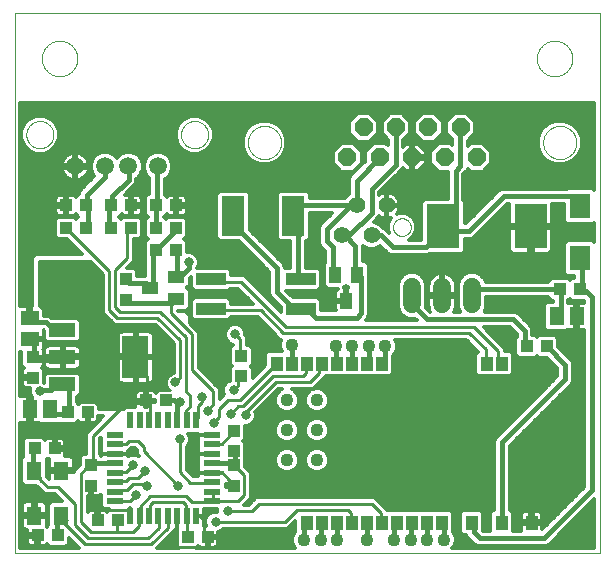
<source format=gtl>
G75*
G70*
%OFA0B0*%
%FSLAX25Y25*%
%IPPOS*%
%LPD*%
%AMOC8*
5,1,8,0,0,1.08239X$1,22.5*
%
%ADD10C,0.00000*%
%ADD11R,0.03937X0.04724*%
%ADD12C,0.04362*%
%ADD13R,0.07480X0.13386*%
%ADD14C,0.05543*%
%ADD15OC8,0.06000*%
%ADD16R,0.08800X0.04800*%
%ADD17R,0.08661X0.14173*%
%ADD18C,0.05937*%
%ADD19R,0.05906X0.05118*%
%ADD20R,0.05118X0.05906*%
%ADD21R,0.03900X0.04000*%
%ADD22R,0.03937X0.03937*%
%ADD23R,0.05512X0.03937*%
%ADD24C,0.05937*%
%ADD25R,0.01969X0.05709*%
%ADD26R,0.05709X0.01969*%
%ADD27R,0.04000X0.03900*%
%ADD28R,0.05118X0.06299*%
%ADD29R,0.07087X0.08268*%
%ADD30R,0.11024X0.14961*%
%ADD31R,0.03937X0.05512*%
%ADD32R,0.09843X0.03937*%
%ADD33C,0.01200*%
%ADD34C,0.03181*%
%ADD35C,0.01600*%
%ADD36C,0.01000*%
D10*
X0035880Y0009071D02*
X0035880Y0189071D01*
X0230880Y0189071D01*
X0230880Y0009071D01*
X0035880Y0009071D01*
X0162021Y0117858D02*
X0162025Y0118003D01*
X0162035Y0118147D01*
X0162053Y0118291D01*
X0162078Y0118434D01*
X0162109Y0118576D01*
X0162148Y0118715D01*
X0162194Y0118853D01*
X0162246Y0118988D01*
X0162305Y0119121D01*
X0162370Y0119250D01*
X0162441Y0119376D01*
X0162519Y0119499D01*
X0162602Y0119617D01*
X0162691Y0119731D01*
X0162786Y0119841D01*
X0162886Y0119946D01*
X0162991Y0120046D01*
X0163101Y0120141D01*
X0163215Y0120230D01*
X0163333Y0120313D01*
X0163456Y0120391D01*
X0163582Y0120462D01*
X0163711Y0120527D01*
X0163844Y0120586D01*
X0163979Y0120638D01*
X0164117Y0120684D01*
X0164256Y0120723D01*
X0164398Y0120754D01*
X0164541Y0120779D01*
X0164685Y0120797D01*
X0164829Y0120807D01*
X0164974Y0120811D01*
X0165119Y0120807D01*
X0165263Y0120797D01*
X0165407Y0120779D01*
X0165550Y0120754D01*
X0165692Y0120723D01*
X0165831Y0120684D01*
X0165969Y0120638D01*
X0166104Y0120586D01*
X0166237Y0120527D01*
X0166366Y0120462D01*
X0166492Y0120391D01*
X0166615Y0120313D01*
X0166733Y0120230D01*
X0166847Y0120141D01*
X0166957Y0120046D01*
X0167062Y0119946D01*
X0167162Y0119841D01*
X0167257Y0119731D01*
X0167346Y0119617D01*
X0167429Y0119499D01*
X0167507Y0119376D01*
X0167578Y0119250D01*
X0167643Y0119121D01*
X0167702Y0118988D01*
X0167754Y0118853D01*
X0167800Y0118715D01*
X0167839Y0118576D01*
X0167870Y0118434D01*
X0167895Y0118291D01*
X0167913Y0118147D01*
X0167923Y0118003D01*
X0167927Y0117858D01*
X0167923Y0117713D01*
X0167913Y0117569D01*
X0167895Y0117425D01*
X0167870Y0117282D01*
X0167839Y0117140D01*
X0167800Y0117001D01*
X0167754Y0116863D01*
X0167702Y0116728D01*
X0167643Y0116595D01*
X0167578Y0116466D01*
X0167507Y0116340D01*
X0167429Y0116217D01*
X0167346Y0116099D01*
X0167257Y0115985D01*
X0167162Y0115875D01*
X0167062Y0115770D01*
X0166957Y0115670D01*
X0166847Y0115575D01*
X0166733Y0115486D01*
X0166615Y0115403D01*
X0166492Y0115325D01*
X0166366Y0115254D01*
X0166237Y0115189D01*
X0166104Y0115130D01*
X0165969Y0115078D01*
X0165831Y0115032D01*
X0165692Y0114993D01*
X0165550Y0114962D01*
X0165407Y0114937D01*
X0165263Y0114919D01*
X0165119Y0114909D01*
X0164974Y0114905D01*
X0164829Y0114909D01*
X0164685Y0114919D01*
X0164541Y0114937D01*
X0164398Y0114962D01*
X0164256Y0114993D01*
X0164117Y0115032D01*
X0163979Y0115078D01*
X0163844Y0115130D01*
X0163711Y0115189D01*
X0163582Y0115254D01*
X0163456Y0115325D01*
X0163333Y0115403D01*
X0163215Y0115486D01*
X0163101Y0115575D01*
X0162991Y0115670D01*
X0162886Y0115770D01*
X0162786Y0115875D01*
X0162691Y0115985D01*
X0162602Y0116099D01*
X0162519Y0116217D01*
X0162441Y0116340D01*
X0162370Y0116466D01*
X0162305Y0116595D01*
X0162246Y0116728D01*
X0162194Y0116863D01*
X0162148Y0117001D01*
X0162109Y0117140D01*
X0162078Y0117282D01*
X0162053Y0117425D01*
X0162035Y0117569D01*
X0162025Y0117713D01*
X0162021Y0117858D01*
X0113656Y0146071D02*
X0113663Y0146341D01*
X0113683Y0146611D01*
X0113716Y0146880D01*
X0113762Y0147146D01*
X0113821Y0147410D01*
X0113893Y0147671D01*
X0113978Y0147928D01*
X0114076Y0148180D01*
X0114185Y0148428D01*
X0114307Y0148669D01*
X0114440Y0148905D01*
X0114585Y0149133D01*
X0114741Y0149354D01*
X0114907Y0149568D01*
X0115084Y0149773D01*
X0115270Y0149969D01*
X0115466Y0150155D01*
X0115671Y0150332D01*
X0115885Y0150498D01*
X0116106Y0150654D01*
X0116334Y0150799D01*
X0116570Y0150932D01*
X0116811Y0151054D01*
X0117059Y0151163D01*
X0117311Y0151261D01*
X0117568Y0151346D01*
X0117829Y0151418D01*
X0118093Y0151477D01*
X0118359Y0151523D01*
X0118628Y0151556D01*
X0118898Y0151576D01*
X0119168Y0151583D01*
X0119438Y0151576D01*
X0119708Y0151556D01*
X0119977Y0151523D01*
X0120243Y0151477D01*
X0120507Y0151418D01*
X0120768Y0151346D01*
X0121025Y0151261D01*
X0121277Y0151163D01*
X0121525Y0151054D01*
X0121766Y0150932D01*
X0122002Y0150799D01*
X0122230Y0150654D01*
X0122451Y0150498D01*
X0122665Y0150332D01*
X0122870Y0150155D01*
X0123066Y0149969D01*
X0123252Y0149773D01*
X0123429Y0149568D01*
X0123595Y0149354D01*
X0123751Y0149133D01*
X0123896Y0148905D01*
X0124029Y0148669D01*
X0124151Y0148428D01*
X0124260Y0148180D01*
X0124358Y0147928D01*
X0124443Y0147671D01*
X0124515Y0147410D01*
X0124574Y0147146D01*
X0124620Y0146880D01*
X0124653Y0146611D01*
X0124673Y0146341D01*
X0124680Y0146071D01*
X0124673Y0145801D01*
X0124653Y0145531D01*
X0124620Y0145262D01*
X0124574Y0144996D01*
X0124515Y0144732D01*
X0124443Y0144471D01*
X0124358Y0144214D01*
X0124260Y0143962D01*
X0124151Y0143714D01*
X0124029Y0143473D01*
X0123896Y0143237D01*
X0123751Y0143009D01*
X0123595Y0142788D01*
X0123429Y0142574D01*
X0123252Y0142369D01*
X0123066Y0142173D01*
X0122870Y0141987D01*
X0122665Y0141810D01*
X0122451Y0141644D01*
X0122230Y0141488D01*
X0122002Y0141343D01*
X0121766Y0141210D01*
X0121525Y0141088D01*
X0121277Y0140979D01*
X0121025Y0140881D01*
X0120768Y0140796D01*
X0120507Y0140724D01*
X0120243Y0140665D01*
X0119977Y0140619D01*
X0119708Y0140586D01*
X0119438Y0140566D01*
X0119168Y0140559D01*
X0118898Y0140566D01*
X0118628Y0140586D01*
X0118359Y0140619D01*
X0118093Y0140665D01*
X0117829Y0140724D01*
X0117568Y0140796D01*
X0117311Y0140881D01*
X0117059Y0140979D01*
X0116811Y0141088D01*
X0116570Y0141210D01*
X0116334Y0141343D01*
X0116106Y0141488D01*
X0115885Y0141644D01*
X0115671Y0141810D01*
X0115466Y0141987D01*
X0115270Y0142173D01*
X0115084Y0142369D01*
X0114907Y0142574D01*
X0114741Y0142788D01*
X0114585Y0143009D01*
X0114440Y0143237D01*
X0114307Y0143473D01*
X0114185Y0143714D01*
X0114076Y0143962D01*
X0113978Y0144214D01*
X0113893Y0144471D01*
X0113821Y0144732D01*
X0113762Y0144996D01*
X0113716Y0145262D01*
X0113683Y0145531D01*
X0113663Y0145801D01*
X0113656Y0146071D01*
X0091337Y0148701D02*
X0091342Y0148923D01*
X0091359Y0149145D01*
X0091386Y0149365D01*
X0091424Y0149584D01*
X0091473Y0149801D01*
X0091532Y0150015D01*
X0091602Y0150226D01*
X0091682Y0150434D01*
X0091772Y0150637D01*
X0091872Y0150835D01*
X0091981Y0151029D01*
X0092100Y0151217D01*
X0092228Y0151398D01*
X0092365Y0151574D01*
X0092510Y0151742D01*
X0092663Y0151903D01*
X0092824Y0152056D01*
X0092992Y0152201D01*
X0093168Y0152338D01*
X0093349Y0152466D01*
X0093537Y0152585D01*
X0093731Y0152694D01*
X0093929Y0152794D01*
X0094132Y0152884D01*
X0094340Y0152964D01*
X0094551Y0153034D01*
X0094765Y0153093D01*
X0094982Y0153142D01*
X0095201Y0153180D01*
X0095421Y0153207D01*
X0095643Y0153224D01*
X0095865Y0153229D01*
X0096087Y0153224D01*
X0096309Y0153207D01*
X0096529Y0153180D01*
X0096748Y0153142D01*
X0096965Y0153093D01*
X0097179Y0153034D01*
X0097390Y0152964D01*
X0097598Y0152884D01*
X0097801Y0152794D01*
X0097999Y0152694D01*
X0098193Y0152585D01*
X0098381Y0152466D01*
X0098562Y0152338D01*
X0098738Y0152201D01*
X0098906Y0152056D01*
X0099067Y0151903D01*
X0099220Y0151742D01*
X0099365Y0151574D01*
X0099502Y0151398D01*
X0099630Y0151217D01*
X0099749Y0151029D01*
X0099858Y0150835D01*
X0099958Y0150637D01*
X0100048Y0150434D01*
X0100128Y0150226D01*
X0100198Y0150015D01*
X0100257Y0149801D01*
X0100306Y0149584D01*
X0100344Y0149365D01*
X0100371Y0149145D01*
X0100388Y0148923D01*
X0100393Y0148701D01*
X0100388Y0148479D01*
X0100371Y0148257D01*
X0100344Y0148037D01*
X0100306Y0147818D01*
X0100257Y0147601D01*
X0100198Y0147387D01*
X0100128Y0147176D01*
X0100048Y0146968D01*
X0099958Y0146765D01*
X0099858Y0146567D01*
X0099749Y0146373D01*
X0099630Y0146185D01*
X0099502Y0146004D01*
X0099365Y0145828D01*
X0099220Y0145660D01*
X0099067Y0145499D01*
X0098906Y0145346D01*
X0098738Y0145201D01*
X0098562Y0145064D01*
X0098381Y0144936D01*
X0098193Y0144817D01*
X0097999Y0144708D01*
X0097801Y0144608D01*
X0097598Y0144518D01*
X0097390Y0144438D01*
X0097179Y0144368D01*
X0096965Y0144309D01*
X0096748Y0144260D01*
X0096529Y0144222D01*
X0096309Y0144195D01*
X0096087Y0144178D01*
X0095865Y0144173D01*
X0095643Y0144178D01*
X0095421Y0144195D01*
X0095201Y0144222D01*
X0094982Y0144260D01*
X0094765Y0144309D01*
X0094551Y0144368D01*
X0094340Y0144438D01*
X0094132Y0144518D01*
X0093929Y0144608D01*
X0093731Y0144708D01*
X0093537Y0144817D01*
X0093349Y0144936D01*
X0093168Y0145064D01*
X0092992Y0145201D01*
X0092824Y0145346D01*
X0092663Y0145499D01*
X0092510Y0145660D01*
X0092365Y0145828D01*
X0092228Y0146004D01*
X0092100Y0146185D01*
X0091981Y0146373D01*
X0091872Y0146567D01*
X0091772Y0146765D01*
X0091682Y0146968D01*
X0091602Y0147176D01*
X0091532Y0147387D01*
X0091473Y0147601D01*
X0091424Y0147818D01*
X0091386Y0148037D01*
X0091359Y0148257D01*
X0091342Y0148479D01*
X0091337Y0148701D01*
X0044974Y0174071D02*
X0044981Y0174361D01*
X0045002Y0174650D01*
X0045038Y0174938D01*
X0045087Y0175223D01*
X0045151Y0175506D01*
X0045228Y0175785D01*
X0045319Y0176061D01*
X0045424Y0176331D01*
X0045541Y0176596D01*
X0045671Y0176855D01*
X0045814Y0177107D01*
X0045969Y0177352D01*
X0046136Y0177589D01*
X0046315Y0177818D01*
X0046504Y0178037D01*
X0046704Y0178247D01*
X0046914Y0178447D01*
X0047133Y0178636D01*
X0047362Y0178815D01*
X0047599Y0178982D01*
X0047844Y0179137D01*
X0048096Y0179280D01*
X0048355Y0179410D01*
X0048620Y0179527D01*
X0048890Y0179632D01*
X0049166Y0179723D01*
X0049445Y0179800D01*
X0049728Y0179864D01*
X0050013Y0179913D01*
X0050301Y0179949D01*
X0050590Y0179970D01*
X0050880Y0179977D01*
X0051170Y0179970D01*
X0051459Y0179949D01*
X0051747Y0179913D01*
X0052032Y0179864D01*
X0052315Y0179800D01*
X0052594Y0179723D01*
X0052870Y0179632D01*
X0053140Y0179527D01*
X0053405Y0179410D01*
X0053664Y0179280D01*
X0053916Y0179137D01*
X0054161Y0178982D01*
X0054398Y0178815D01*
X0054627Y0178636D01*
X0054846Y0178447D01*
X0055056Y0178247D01*
X0055256Y0178037D01*
X0055445Y0177818D01*
X0055624Y0177589D01*
X0055791Y0177352D01*
X0055946Y0177107D01*
X0056089Y0176855D01*
X0056219Y0176596D01*
X0056336Y0176331D01*
X0056441Y0176061D01*
X0056532Y0175785D01*
X0056609Y0175506D01*
X0056673Y0175223D01*
X0056722Y0174938D01*
X0056758Y0174650D01*
X0056779Y0174361D01*
X0056786Y0174071D01*
X0056779Y0173781D01*
X0056758Y0173492D01*
X0056722Y0173204D01*
X0056673Y0172919D01*
X0056609Y0172636D01*
X0056532Y0172357D01*
X0056441Y0172081D01*
X0056336Y0171811D01*
X0056219Y0171546D01*
X0056089Y0171287D01*
X0055946Y0171035D01*
X0055791Y0170790D01*
X0055624Y0170553D01*
X0055445Y0170324D01*
X0055256Y0170105D01*
X0055056Y0169895D01*
X0054846Y0169695D01*
X0054627Y0169506D01*
X0054398Y0169327D01*
X0054161Y0169160D01*
X0053916Y0169005D01*
X0053664Y0168862D01*
X0053405Y0168732D01*
X0053140Y0168615D01*
X0052870Y0168510D01*
X0052594Y0168419D01*
X0052315Y0168342D01*
X0052032Y0168278D01*
X0051747Y0168229D01*
X0051459Y0168193D01*
X0051170Y0168172D01*
X0050880Y0168165D01*
X0050590Y0168172D01*
X0050301Y0168193D01*
X0050013Y0168229D01*
X0049728Y0168278D01*
X0049445Y0168342D01*
X0049166Y0168419D01*
X0048890Y0168510D01*
X0048620Y0168615D01*
X0048355Y0168732D01*
X0048096Y0168862D01*
X0047844Y0169005D01*
X0047599Y0169160D01*
X0047362Y0169327D01*
X0047133Y0169506D01*
X0046914Y0169695D01*
X0046704Y0169895D01*
X0046504Y0170105D01*
X0046315Y0170324D01*
X0046136Y0170553D01*
X0045969Y0170790D01*
X0045814Y0171035D01*
X0045671Y0171287D01*
X0045541Y0171546D01*
X0045424Y0171811D01*
X0045319Y0172081D01*
X0045228Y0172357D01*
X0045151Y0172636D01*
X0045087Y0172919D01*
X0045038Y0173204D01*
X0045002Y0173492D01*
X0044981Y0173781D01*
X0044974Y0174071D01*
X0039762Y0148701D02*
X0039767Y0148923D01*
X0039784Y0149145D01*
X0039811Y0149365D01*
X0039849Y0149584D01*
X0039898Y0149801D01*
X0039957Y0150015D01*
X0040027Y0150226D01*
X0040107Y0150434D01*
X0040197Y0150637D01*
X0040297Y0150835D01*
X0040406Y0151029D01*
X0040525Y0151217D01*
X0040653Y0151398D01*
X0040790Y0151574D01*
X0040935Y0151742D01*
X0041088Y0151903D01*
X0041249Y0152056D01*
X0041417Y0152201D01*
X0041593Y0152338D01*
X0041774Y0152466D01*
X0041962Y0152585D01*
X0042156Y0152694D01*
X0042354Y0152794D01*
X0042557Y0152884D01*
X0042765Y0152964D01*
X0042976Y0153034D01*
X0043190Y0153093D01*
X0043407Y0153142D01*
X0043626Y0153180D01*
X0043846Y0153207D01*
X0044068Y0153224D01*
X0044290Y0153229D01*
X0044512Y0153224D01*
X0044734Y0153207D01*
X0044954Y0153180D01*
X0045173Y0153142D01*
X0045390Y0153093D01*
X0045604Y0153034D01*
X0045815Y0152964D01*
X0046023Y0152884D01*
X0046226Y0152794D01*
X0046424Y0152694D01*
X0046618Y0152585D01*
X0046806Y0152466D01*
X0046987Y0152338D01*
X0047163Y0152201D01*
X0047331Y0152056D01*
X0047492Y0151903D01*
X0047645Y0151742D01*
X0047790Y0151574D01*
X0047927Y0151398D01*
X0048055Y0151217D01*
X0048174Y0151029D01*
X0048283Y0150835D01*
X0048383Y0150637D01*
X0048473Y0150434D01*
X0048553Y0150226D01*
X0048623Y0150015D01*
X0048682Y0149801D01*
X0048731Y0149584D01*
X0048769Y0149365D01*
X0048796Y0149145D01*
X0048813Y0148923D01*
X0048818Y0148701D01*
X0048813Y0148479D01*
X0048796Y0148257D01*
X0048769Y0148037D01*
X0048731Y0147818D01*
X0048682Y0147601D01*
X0048623Y0147387D01*
X0048553Y0147176D01*
X0048473Y0146968D01*
X0048383Y0146765D01*
X0048283Y0146567D01*
X0048174Y0146373D01*
X0048055Y0146185D01*
X0047927Y0146004D01*
X0047790Y0145828D01*
X0047645Y0145660D01*
X0047492Y0145499D01*
X0047331Y0145346D01*
X0047163Y0145201D01*
X0046987Y0145064D01*
X0046806Y0144936D01*
X0046618Y0144817D01*
X0046424Y0144708D01*
X0046226Y0144608D01*
X0046023Y0144518D01*
X0045815Y0144438D01*
X0045604Y0144368D01*
X0045390Y0144309D01*
X0045173Y0144260D01*
X0044954Y0144222D01*
X0044734Y0144195D01*
X0044512Y0144178D01*
X0044290Y0144173D01*
X0044068Y0144178D01*
X0043846Y0144195D01*
X0043626Y0144222D01*
X0043407Y0144260D01*
X0043190Y0144309D01*
X0042976Y0144368D01*
X0042765Y0144438D01*
X0042557Y0144518D01*
X0042354Y0144608D01*
X0042156Y0144708D01*
X0041962Y0144817D01*
X0041774Y0144936D01*
X0041593Y0145064D01*
X0041417Y0145201D01*
X0041249Y0145346D01*
X0041088Y0145499D01*
X0040935Y0145660D01*
X0040790Y0145828D01*
X0040653Y0146004D01*
X0040525Y0146185D01*
X0040406Y0146373D01*
X0040297Y0146567D01*
X0040197Y0146765D01*
X0040107Y0146968D01*
X0040027Y0147176D01*
X0039957Y0147387D01*
X0039898Y0147601D01*
X0039849Y0147818D01*
X0039811Y0148037D01*
X0039784Y0148257D01*
X0039767Y0148479D01*
X0039762Y0148701D01*
X0212081Y0146071D02*
X0212088Y0146341D01*
X0212108Y0146611D01*
X0212141Y0146880D01*
X0212187Y0147146D01*
X0212246Y0147410D01*
X0212318Y0147671D01*
X0212403Y0147928D01*
X0212501Y0148180D01*
X0212610Y0148428D01*
X0212732Y0148669D01*
X0212865Y0148905D01*
X0213010Y0149133D01*
X0213166Y0149354D01*
X0213332Y0149568D01*
X0213509Y0149773D01*
X0213695Y0149969D01*
X0213891Y0150155D01*
X0214096Y0150332D01*
X0214310Y0150498D01*
X0214531Y0150654D01*
X0214759Y0150799D01*
X0214995Y0150932D01*
X0215236Y0151054D01*
X0215484Y0151163D01*
X0215736Y0151261D01*
X0215993Y0151346D01*
X0216254Y0151418D01*
X0216518Y0151477D01*
X0216784Y0151523D01*
X0217053Y0151556D01*
X0217323Y0151576D01*
X0217593Y0151583D01*
X0217863Y0151576D01*
X0218133Y0151556D01*
X0218402Y0151523D01*
X0218668Y0151477D01*
X0218932Y0151418D01*
X0219193Y0151346D01*
X0219450Y0151261D01*
X0219702Y0151163D01*
X0219950Y0151054D01*
X0220191Y0150932D01*
X0220427Y0150799D01*
X0220655Y0150654D01*
X0220876Y0150498D01*
X0221090Y0150332D01*
X0221295Y0150155D01*
X0221491Y0149969D01*
X0221677Y0149773D01*
X0221854Y0149568D01*
X0222020Y0149354D01*
X0222176Y0149133D01*
X0222321Y0148905D01*
X0222454Y0148669D01*
X0222576Y0148428D01*
X0222685Y0148180D01*
X0222783Y0147928D01*
X0222868Y0147671D01*
X0222940Y0147410D01*
X0222999Y0147146D01*
X0223045Y0146880D01*
X0223078Y0146611D01*
X0223098Y0146341D01*
X0223105Y0146071D01*
X0223098Y0145801D01*
X0223078Y0145531D01*
X0223045Y0145262D01*
X0222999Y0144996D01*
X0222940Y0144732D01*
X0222868Y0144471D01*
X0222783Y0144214D01*
X0222685Y0143962D01*
X0222576Y0143714D01*
X0222454Y0143473D01*
X0222321Y0143237D01*
X0222176Y0143009D01*
X0222020Y0142788D01*
X0221854Y0142574D01*
X0221677Y0142369D01*
X0221491Y0142173D01*
X0221295Y0141987D01*
X0221090Y0141810D01*
X0220876Y0141644D01*
X0220655Y0141488D01*
X0220427Y0141343D01*
X0220191Y0141210D01*
X0219950Y0141088D01*
X0219702Y0140979D01*
X0219450Y0140881D01*
X0219193Y0140796D01*
X0218932Y0140724D01*
X0218668Y0140665D01*
X0218402Y0140619D01*
X0218133Y0140586D01*
X0217863Y0140566D01*
X0217593Y0140559D01*
X0217323Y0140566D01*
X0217053Y0140586D01*
X0216784Y0140619D01*
X0216518Y0140665D01*
X0216254Y0140724D01*
X0215993Y0140796D01*
X0215736Y0140881D01*
X0215484Y0140979D01*
X0215236Y0141088D01*
X0214995Y0141210D01*
X0214759Y0141343D01*
X0214531Y0141488D01*
X0214310Y0141644D01*
X0214096Y0141810D01*
X0213891Y0141987D01*
X0213695Y0142173D01*
X0213509Y0142369D01*
X0213332Y0142574D01*
X0213166Y0142788D01*
X0213010Y0143009D01*
X0212865Y0143237D01*
X0212732Y0143473D01*
X0212610Y0143714D01*
X0212501Y0143962D01*
X0212403Y0144214D01*
X0212318Y0144471D01*
X0212246Y0144732D01*
X0212187Y0144996D01*
X0212141Y0145262D01*
X0212108Y0145531D01*
X0212088Y0145801D01*
X0212081Y0146071D01*
X0209974Y0174071D02*
X0209981Y0174361D01*
X0210002Y0174650D01*
X0210038Y0174938D01*
X0210087Y0175223D01*
X0210151Y0175506D01*
X0210228Y0175785D01*
X0210319Y0176061D01*
X0210424Y0176331D01*
X0210541Y0176596D01*
X0210671Y0176855D01*
X0210814Y0177107D01*
X0210969Y0177352D01*
X0211136Y0177589D01*
X0211315Y0177818D01*
X0211504Y0178037D01*
X0211704Y0178247D01*
X0211914Y0178447D01*
X0212133Y0178636D01*
X0212362Y0178815D01*
X0212599Y0178982D01*
X0212844Y0179137D01*
X0213096Y0179280D01*
X0213355Y0179410D01*
X0213620Y0179527D01*
X0213890Y0179632D01*
X0214166Y0179723D01*
X0214445Y0179800D01*
X0214728Y0179864D01*
X0215013Y0179913D01*
X0215301Y0179949D01*
X0215590Y0179970D01*
X0215880Y0179977D01*
X0216170Y0179970D01*
X0216459Y0179949D01*
X0216747Y0179913D01*
X0217032Y0179864D01*
X0217315Y0179800D01*
X0217594Y0179723D01*
X0217870Y0179632D01*
X0218140Y0179527D01*
X0218405Y0179410D01*
X0218664Y0179280D01*
X0218916Y0179137D01*
X0219161Y0178982D01*
X0219398Y0178815D01*
X0219627Y0178636D01*
X0219846Y0178447D01*
X0220056Y0178247D01*
X0220256Y0178037D01*
X0220445Y0177818D01*
X0220624Y0177589D01*
X0220791Y0177352D01*
X0220946Y0177107D01*
X0221089Y0176855D01*
X0221219Y0176596D01*
X0221336Y0176331D01*
X0221441Y0176061D01*
X0221532Y0175785D01*
X0221609Y0175506D01*
X0221673Y0175223D01*
X0221722Y0174938D01*
X0221758Y0174650D01*
X0221779Y0174361D01*
X0221786Y0174071D01*
X0221779Y0173781D01*
X0221758Y0173492D01*
X0221722Y0173204D01*
X0221673Y0172919D01*
X0221609Y0172636D01*
X0221532Y0172357D01*
X0221441Y0172081D01*
X0221336Y0171811D01*
X0221219Y0171546D01*
X0221089Y0171287D01*
X0220946Y0171035D01*
X0220791Y0170790D01*
X0220624Y0170553D01*
X0220445Y0170324D01*
X0220256Y0170105D01*
X0220056Y0169895D01*
X0219846Y0169695D01*
X0219627Y0169506D01*
X0219398Y0169327D01*
X0219161Y0169160D01*
X0218916Y0169005D01*
X0218664Y0168862D01*
X0218405Y0168732D01*
X0218140Y0168615D01*
X0217870Y0168510D01*
X0217594Y0168419D01*
X0217315Y0168342D01*
X0217032Y0168278D01*
X0216747Y0168229D01*
X0216459Y0168193D01*
X0216170Y0168172D01*
X0215880Y0168165D01*
X0215590Y0168172D01*
X0215301Y0168193D01*
X0215013Y0168229D01*
X0214728Y0168278D01*
X0214445Y0168342D01*
X0214166Y0168419D01*
X0213890Y0168510D01*
X0213620Y0168615D01*
X0213355Y0168732D01*
X0213096Y0168862D01*
X0212844Y0169005D01*
X0212599Y0169160D01*
X0212362Y0169327D01*
X0212133Y0169506D01*
X0211914Y0169695D01*
X0211704Y0169895D01*
X0211504Y0170105D01*
X0211315Y0170324D01*
X0211136Y0170553D01*
X0210969Y0170790D01*
X0210814Y0171035D01*
X0210671Y0171287D01*
X0210541Y0171546D01*
X0210424Y0171811D01*
X0210319Y0172081D01*
X0210228Y0172357D01*
X0210151Y0172636D01*
X0210087Y0172919D01*
X0210038Y0173204D01*
X0210002Y0173492D01*
X0209981Y0173781D01*
X0209974Y0174071D01*
D11*
X0198180Y0072396D03*
X0193180Y0072396D03*
X0158180Y0072396D03*
X0153180Y0072396D03*
X0148180Y0072396D03*
X0143180Y0072396D03*
X0138180Y0072396D03*
X0133180Y0072396D03*
X0128180Y0072396D03*
X0123180Y0072396D03*
X0133180Y0019396D03*
X0138180Y0019396D03*
X0143180Y0019396D03*
X0148180Y0019396D03*
X0153180Y0019396D03*
X0158180Y0019396D03*
X0163180Y0019396D03*
X0168180Y0019396D03*
X0173180Y0019396D03*
X0178180Y0019396D03*
X0188180Y0019396D03*
X0198180Y0019396D03*
X0208180Y0019396D03*
D12*
X0178880Y0013571D03*
X0173380Y0013571D03*
X0167880Y0013571D03*
X0162380Y0013571D03*
X0153380Y0013571D03*
X0143380Y0013571D03*
X0137880Y0013571D03*
X0132380Y0013571D03*
X0136680Y0040171D03*
X0126680Y0040171D03*
X0126680Y0050171D03*
X0126680Y0060171D03*
X0136680Y0060171D03*
X0136680Y0050171D03*
X0142880Y0078071D03*
X0148380Y0078071D03*
X0153880Y0078071D03*
X0159380Y0078071D03*
X0128380Y0078571D03*
D13*
X0128782Y0121571D03*
X0108703Y0121571D03*
D14*
X0144880Y0115071D03*
X0154880Y0115071D03*
X0149880Y0125071D03*
X0159880Y0125071D03*
D15*
X0157580Y0141071D03*
X0146780Y0141071D03*
X0152180Y0151071D03*
X0162980Y0151071D03*
X0173780Y0151071D03*
X0184580Y0151071D03*
X0179180Y0141071D03*
X0168380Y0141071D03*
X0189980Y0141071D03*
D16*
X0051680Y0083671D03*
X0051680Y0074571D03*
X0051680Y0065471D03*
D17*
X0076081Y0074571D03*
D18*
X0168380Y0092102D02*
X0168380Y0098039D01*
X0178380Y0098039D02*
X0178380Y0092102D01*
X0188380Y0092102D02*
X0188380Y0098039D01*
D19*
X0040880Y0087417D03*
X0040880Y0080724D03*
D20*
X0041034Y0057071D03*
X0047727Y0057071D03*
X0216534Y0088071D03*
X0223227Y0088071D03*
D21*
X0224227Y0097071D03*
X0217534Y0097071D03*
X0213227Y0078071D03*
X0206534Y0078071D03*
X0089727Y0110071D03*
X0083034Y0110071D03*
X0083034Y0117571D03*
X0089727Y0117571D03*
X0074727Y0117571D03*
X0068034Y0117571D03*
X0059727Y0117571D03*
X0053034Y0117571D03*
D22*
X0053034Y0125071D03*
X0059727Y0125071D03*
X0068034Y0125071D03*
X0074727Y0125071D03*
X0083034Y0125071D03*
X0089727Y0125071D03*
X0072880Y0100417D03*
X0072880Y0093724D03*
X0041880Y0074417D03*
X0041880Y0067724D03*
X0053534Y0056071D03*
X0060227Y0056071D03*
X0049227Y0044071D03*
X0042534Y0044071D03*
X0061380Y0038417D03*
X0061380Y0031724D03*
X0063534Y0020071D03*
X0070227Y0020071D03*
X0050227Y0015071D03*
X0043534Y0015071D03*
X0093534Y0014571D03*
X0100227Y0014571D03*
X0108880Y0031724D03*
X0108880Y0038417D03*
X0086227Y0060071D03*
X0079534Y0060071D03*
D23*
X0089711Y0093831D03*
X0089711Y0101311D03*
X0081050Y0097571D03*
D24*
X0083660Y0138071D03*
X0073817Y0138071D03*
X0065943Y0138071D03*
X0056101Y0138071D03*
D25*
X0074357Y0053713D03*
X0077506Y0053713D03*
X0080656Y0053713D03*
X0083806Y0053713D03*
X0086955Y0053713D03*
X0090105Y0053713D03*
X0093254Y0053713D03*
X0096404Y0053713D03*
X0096404Y0021429D03*
X0093254Y0021429D03*
X0090105Y0021429D03*
X0086955Y0021429D03*
X0083806Y0021429D03*
X0080656Y0021429D03*
X0077506Y0021429D03*
X0074357Y0021429D03*
D26*
X0069239Y0026547D03*
X0069239Y0029697D03*
X0069239Y0032846D03*
X0069239Y0035996D03*
X0069239Y0039146D03*
X0069239Y0042295D03*
X0069239Y0045445D03*
X0069239Y0048594D03*
X0101522Y0048594D03*
X0101522Y0045445D03*
X0101522Y0042295D03*
X0101522Y0039146D03*
X0101522Y0035996D03*
X0101522Y0032846D03*
X0101522Y0029697D03*
X0101522Y0026547D03*
D27*
X0108880Y0043224D03*
X0108880Y0049917D03*
X0111380Y0068224D03*
X0111380Y0074917D03*
D28*
X0051494Y0036681D03*
X0042439Y0036681D03*
X0042439Y0021720D03*
X0051494Y0021720D03*
D29*
X0224380Y0107516D03*
X0224380Y0124839D03*
D30*
X0207947Y0118071D03*
X0178813Y0118071D03*
D31*
X0150120Y0101902D03*
X0142640Y0101902D03*
X0146380Y0093240D03*
D32*
X0131239Y0090654D03*
X0131239Y0100496D03*
X0101317Y0100496D03*
X0101317Y0090654D03*
D33*
X0106984Y0094422D02*
X0095650Y0094422D01*
X0094596Y0093367D01*
X0094596Y0087939D01*
X0095650Y0086885D01*
X0106984Y0086885D01*
X0107869Y0087771D01*
X0116928Y0087771D01*
X0124428Y0080271D01*
X0124776Y0080271D01*
X0124399Y0079363D01*
X0124399Y0077779D01*
X0124905Y0076558D01*
X0120466Y0076558D01*
X0119412Y0075504D01*
X0119412Y0071855D01*
X0115180Y0067622D01*
X0115180Y0070920D01*
X0114529Y0071570D01*
X0115180Y0072222D01*
X0115180Y0077613D01*
X0114126Y0078667D01*
X0113180Y0078667D01*
X0113180Y0079618D01*
X0113180Y0081523D01*
X0112770Y0081933D01*
X0112770Y0082745D01*
X0112254Y0083991D01*
X0111301Y0084945D01*
X0110055Y0085461D01*
X0108706Y0085461D01*
X0107459Y0084945D01*
X0106506Y0083991D01*
X0105990Y0082745D01*
X0105990Y0081396D01*
X0106506Y0080150D01*
X0107459Y0079196D01*
X0108580Y0078732D01*
X0108580Y0078612D01*
X0107580Y0077613D01*
X0107580Y0072222D01*
X0108231Y0071570D01*
X0107580Y0070920D01*
X0107580Y0066702D01*
X0106959Y0066445D01*
X0106006Y0065491D01*
X0105490Y0064245D01*
X0105490Y0062896D01*
X0105772Y0062215D01*
X0104580Y0061023D01*
X0104180Y0060622D01*
X0104180Y0062118D01*
X0104180Y0064023D01*
X0097180Y0071023D01*
X0097180Y0083023D01*
X0095833Y0084370D01*
X0095832Y0084370D01*
X0094180Y0086023D01*
X0094180Y0086618D01*
X0094180Y0088523D01*
X0092833Y0089870D01*
X0090332Y0089870D01*
X0090180Y0090023D01*
X0090180Y0090062D01*
X0093212Y0090062D01*
X0094267Y0091117D01*
X0094267Y0096544D01*
X0093240Y0097571D01*
X0094267Y0098597D01*
X0094267Y0100781D01*
X0094596Y0101110D01*
X0094596Y0097782D01*
X0095650Y0096728D01*
X0106984Y0096728D01*
X0107527Y0097271D01*
X0110428Y0097271D01*
X0115328Y0092370D01*
X0108038Y0092370D01*
X0108038Y0093367D01*
X0106984Y0094422D01*
X0107246Y0094159D02*
X0113539Y0094159D01*
X0112341Y0095357D02*
X0094267Y0095357D01*
X0094267Y0094159D02*
X0095388Y0094159D01*
X0094596Y0092961D02*
X0094267Y0092961D01*
X0094267Y0091762D02*
X0094596Y0091762D01*
X0094596Y0090564D02*
X0093714Y0090564D01*
X0093338Y0089365D02*
X0094596Y0089365D01*
X0094596Y0088167D02*
X0094180Y0088167D01*
X0094180Y0086969D02*
X0095567Y0086969D01*
X0094433Y0085770D02*
X0118928Y0085770D01*
X0117730Y0086969D02*
X0107067Y0086969D01*
X0107086Y0084572D02*
X0095631Y0084572D01*
X0096830Y0083373D02*
X0106250Y0083373D01*
X0105990Y0082175D02*
X0097180Y0082175D01*
X0097180Y0080976D02*
X0106163Y0080976D01*
X0106878Y0079778D02*
X0097180Y0079778D01*
X0097180Y0078580D02*
X0108548Y0078580D01*
X0107580Y0077381D02*
X0097180Y0077381D01*
X0097180Y0076183D02*
X0107580Y0076183D01*
X0107580Y0074984D02*
X0097180Y0074984D01*
X0097180Y0073786D02*
X0107580Y0073786D01*
X0107580Y0072587D02*
X0097180Y0072587D01*
X0097180Y0071389D02*
X0108050Y0071389D01*
X0107580Y0070191D02*
X0098013Y0070191D01*
X0099211Y0068992D02*
X0107580Y0068992D01*
X0107580Y0067794D02*
X0100409Y0067794D01*
X0101608Y0066595D02*
X0107323Y0066595D01*
X0105967Y0065397D02*
X0102806Y0065397D01*
X0104005Y0064198D02*
X0105490Y0064198D01*
X0105490Y0063000D02*
X0104180Y0063000D01*
X0104180Y0061802D02*
X0105359Y0061802D01*
X0114711Y0071389D02*
X0118946Y0071389D01*
X0119412Y0072587D02*
X0115180Y0072587D01*
X0115180Y0073786D02*
X0119412Y0073786D01*
X0119412Y0074984D02*
X0115180Y0074984D01*
X0115180Y0076183D02*
X0120091Y0076183D01*
X0124564Y0077381D02*
X0115180Y0077381D01*
X0114213Y0078580D02*
X0124399Y0078580D01*
X0124572Y0079778D02*
X0113180Y0079778D01*
X0113180Y0080976D02*
X0123722Y0080976D01*
X0122524Y0082175D02*
X0112770Y0082175D01*
X0112511Y0083373D02*
X0121325Y0083373D01*
X0120127Y0084572D02*
X0111674Y0084572D01*
X0114738Y0092961D02*
X0108038Y0092961D01*
X0111143Y0096556D02*
X0094255Y0096556D01*
X0094624Y0097754D02*
X0093424Y0097754D01*
X0094267Y0098953D02*
X0094596Y0098953D01*
X0094596Y0100151D02*
X0094267Y0100151D01*
X0096801Y0104264D02*
X0097270Y0105396D01*
X0097270Y0106745D01*
X0096754Y0107991D01*
X0095801Y0108945D01*
X0094555Y0109461D01*
X0093476Y0109461D01*
X0093476Y0112816D01*
X0092472Y0113820D01*
X0093476Y0114825D01*
X0093476Y0120316D01*
X0092422Y0121370D01*
X0087031Y0121370D01*
X0086380Y0120719D01*
X0085772Y0121327D01*
X0086521Y0122076D01*
X0086776Y0121822D01*
X0087141Y0121611D01*
X0087547Y0121502D01*
X0089342Y0121502D01*
X0089342Y0124684D01*
X0090111Y0124684D01*
X0090111Y0121502D01*
X0091906Y0121502D01*
X0092313Y0121611D01*
X0092678Y0121822D01*
X0092975Y0122120D01*
X0093186Y0122485D01*
X0093295Y0122891D01*
X0093295Y0124686D01*
X0090113Y0124686D01*
X0090113Y0125455D01*
X0093295Y0125455D01*
X0093295Y0127250D01*
X0093186Y0127657D01*
X0092975Y0128022D01*
X0092678Y0128319D01*
X0092313Y0128530D01*
X0091906Y0128639D01*
X0090111Y0128639D01*
X0090111Y0125457D01*
X0089342Y0125457D01*
X0089342Y0128639D01*
X0087547Y0128639D01*
X0087141Y0128530D01*
X0086776Y0128319D01*
X0086521Y0128065D01*
X0085980Y0128606D01*
X0085980Y0133871D01*
X0086361Y0134028D01*
X0087702Y0135370D01*
X0088428Y0137122D01*
X0088428Y0139019D01*
X0087702Y0140772D01*
X0086361Y0142113D01*
X0084608Y0142839D01*
X0082711Y0142839D01*
X0080959Y0142113D01*
X0079617Y0140772D01*
X0078891Y0139019D01*
X0078891Y0137122D01*
X0079617Y0135370D01*
X0080780Y0134207D01*
X0080780Y0128839D01*
X0080320Y0128839D01*
X0079265Y0127785D01*
X0079265Y0122357D01*
X0080280Y0121342D01*
X0080280Y0121313D01*
X0079284Y0120316D01*
X0079284Y0114825D01*
X0080289Y0113820D01*
X0079284Y0112816D01*
X0079284Y0109443D01*
X0079280Y0109434D01*
X0079280Y0108400D01*
X0079280Y0101670D01*
X0079032Y0101670D01*
X0076648Y0101670D01*
X0076648Y0103131D01*
X0075594Y0104185D01*
X0073247Y0104185D01*
X0075680Y0106618D01*
X0075680Y0108523D01*
X0075680Y0113771D01*
X0077422Y0113771D01*
X0078476Y0114825D01*
X0078476Y0120316D01*
X0077422Y0121370D01*
X0072031Y0121370D01*
X0071380Y0120719D01*
X0070772Y0121327D01*
X0071521Y0122076D01*
X0071776Y0121822D01*
X0072141Y0121611D01*
X0072547Y0121502D01*
X0074342Y0121502D01*
X0074342Y0124684D01*
X0075111Y0124684D01*
X0075111Y0121502D01*
X0076906Y0121502D01*
X0077313Y0121611D01*
X0077678Y0121822D01*
X0077975Y0122120D01*
X0078186Y0122485D01*
X0078295Y0122891D01*
X0078295Y0124686D01*
X0075113Y0124686D01*
X0075113Y0125455D01*
X0078295Y0125455D01*
X0078295Y0127250D01*
X0078186Y0127657D01*
X0077975Y0128022D01*
X0077678Y0128319D01*
X0077313Y0128530D01*
X0076906Y0128639D01*
X0075111Y0128639D01*
X0075111Y0125457D01*
X0074342Y0125457D01*
X0074342Y0128639D01*
X0072625Y0128639D01*
X0076084Y0132098D01*
X0076480Y0133054D01*
X0076480Y0134013D01*
X0076518Y0134028D01*
X0077859Y0135370D01*
X0078585Y0137122D01*
X0078585Y0139019D01*
X0077859Y0140772D01*
X0076518Y0142113D01*
X0074766Y0142839D01*
X0072869Y0142839D01*
X0071116Y0142113D01*
X0069880Y0140877D01*
X0068644Y0142113D01*
X0066892Y0142839D01*
X0064994Y0142839D01*
X0063242Y0142113D01*
X0061901Y0140772D01*
X0061175Y0139019D01*
X0061175Y0137122D01*
X0061901Y0135370D01*
X0062452Y0134819D01*
X0058407Y0130775D01*
X0057676Y0130043D01*
X0057280Y0129088D01*
X0057280Y0128839D01*
X0057013Y0128839D01*
X0056239Y0128065D01*
X0055985Y0128319D01*
X0055620Y0128530D01*
X0055213Y0128639D01*
X0053418Y0128639D01*
X0053418Y0125457D01*
X0052649Y0125457D01*
X0052649Y0128639D01*
X0050854Y0128639D01*
X0050448Y0128530D01*
X0050083Y0128319D01*
X0049785Y0128022D01*
X0049574Y0127657D01*
X0049465Y0127250D01*
X0049465Y0125455D01*
X0052647Y0125455D01*
X0052647Y0124686D01*
X0049465Y0124686D01*
X0049465Y0122891D01*
X0049574Y0122485D01*
X0049785Y0122120D01*
X0050083Y0121822D01*
X0050448Y0121611D01*
X0050854Y0121502D01*
X0052649Y0121502D01*
X0052649Y0124684D01*
X0053418Y0124684D01*
X0053418Y0121502D01*
X0055213Y0121502D01*
X0055620Y0121611D01*
X0055985Y0121822D01*
X0056239Y0122076D01*
X0056988Y0121327D01*
X0056380Y0120719D01*
X0055729Y0121370D01*
X0050338Y0121370D01*
X0049284Y0120316D01*
X0049284Y0114825D01*
X0050338Y0113771D01*
X0053428Y0113771D01*
X0058328Y0108870D01*
X0042928Y0108870D01*
X0041580Y0107523D01*
X0041580Y0105618D01*
X0041580Y0091576D01*
X0041479Y0091576D01*
X0041479Y0088019D01*
X0040281Y0088019D01*
X0040281Y0091576D01*
X0037717Y0091576D01*
X0037680Y0091566D01*
X0037680Y0159071D01*
X0229080Y0159071D01*
X0229080Y0130360D01*
X0228669Y0130772D01*
X0220091Y0130772D01*
X0219990Y0130670D01*
X0199397Y0130670D01*
X0198363Y0130670D01*
X0197407Y0130275D01*
X0186303Y0119170D01*
X0186125Y0119170D01*
X0186125Y0126296D01*
X0185480Y0126941D01*
X0185480Y0135494D01*
X0185853Y0135867D01*
X0186584Y0136598D01*
X0186901Y0137363D01*
X0187992Y0136271D01*
X0191968Y0136271D01*
X0194780Y0139083D01*
X0194780Y0143059D01*
X0191968Y0145870D01*
X0187992Y0145870D01*
X0186980Y0144858D01*
X0186980Y0146683D01*
X0189380Y0149083D01*
X0189380Y0153059D01*
X0186568Y0155870D01*
X0182592Y0155870D01*
X0179780Y0153059D01*
X0179780Y0149083D01*
X0181780Y0147083D01*
X0181780Y0145258D01*
X0181168Y0145870D01*
X0177192Y0145870D01*
X0174380Y0143059D01*
X0174380Y0139083D01*
X0177192Y0136271D01*
X0180280Y0136271D01*
X0180280Y0136054D01*
X0180280Y0127351D01*
X0172556Y0127351D01*
X0171502Y0126296D01*
X0171502Y0113670D01*
X0167282Y0113670D01*
X0167666Y0113829D01*
X0169003Y0115166D01*
X0169726Y0116913D01*
X0169726Y0118804D01*
X0169003Y0120550D01*
X0167666Y0121887D01*
X0165919Y0122611D01*
X0164028Y0122611D01*
X0163267Y0122295D01*
X0163619Y0122780D01*
X0163931Y0123393D01*
X0164144Y0124047D01*
X0164252Y0124726D01*
X0164252Y0124784D01*
X0160169Y0124784D01*
X0160169Y0125357D01*
X0164252Y0125357D01*
X0164252Y0125415D01*
X0164144Y0126094D01*
X0163931Y0126749D01*
X0163619Y0127362D01*
X0163215Y0127919D01*
X0162728Y0128405D01*
X0162171Y0128809D01*
X0161558Y0129122D01*
X0160904Y0129335D01*
X0160224Y0129442D01*
X0160166Y0129442D01*
X0160166Y0125359D01*
X0159594Y0125359D01*
X0159594Y0129442D01*
X0159536Y0129442D01*
X0158856Y0129335D01*
X0158202Y0129122D01*
X0157589Y0128809D01*
X0157480Y0128730D01*
X0157480Y0129494D01*
X0164353Y0136367D01*
X0165084Y0137098D01*
X0165308Y0137638D01*
X0166475Y0136471D01*
X0167980Y0136471D01*
X0167980Y0140668D01*
X0168780Y0140668D01*
X0168780Y0136471D01*
X0170285Y0136471D01*
X0172980Y0139165D01*
X0172980Y0140670D01*
X0168783Y0140670D01*
X0168783Y0141471D01*
X0172980Y0141471D01*
X0172980Y0142976D01*
X0170285Y0145670D01*
X0168780Y0145670D01*
X0168780Y0141473D01*
X0167980Y0141473D01*
X0167980Y0145670D01*
X0166475Y0145670D01*
X0165480Y0144675D01*
X0165480Y0146783D01*
X0167780Y0149083D01*
X0167780Y0153059D01*
X0164968Y0155870D01*
X0160992Y0155870D01*
X0158180Y0153059D01*
X0158180Y0149083D01*
X0160280Y0146983D01*
X0160280Y0145158D01*
X0159568Y0145870D01*
X0155592Y0145870D01*
X0152780Y0143059D01*
X0152780Y0139948D01*
X0147676Y0134843D01*
X0147280Y0133888D01*
X0147280Y0132854D01*
X0147280Y0128935D01*
X0146015Y0127670D01*
X0134322Y0127670D01*
X0134322Y0129009D01*
X0133267Y0130063D01*
X0124296Y0130063D01*
X0123242Y0129009D01*
X0123242Y0114132D01*
X0124296Y0113078D01*
X0127780Y0113078D01*
X0127780Y0104264D01*
X0125980Y0104264D01*
X0125980Y0104588D01*
X0125584Y0105543D01*
X0124853Y0106275D01*
X0114243Y0116885D01*
X0114243Y0129009D01*
X0113189Y0130063D01*
X0104217Y0130063D01*
X0103163Y0129009D01*
X0103163Y0114132D01*
X0104217Y0113078D01*
X0110696Y0113078D01*
X0120780Y0102994D01*
X0120780Y0096588D01*
X0120780Y0095554D01*
X0121176Y0094598D01*
X0124517Y0091257D01*
X0124517Y0089685D01*
X0112333Y0101870D01*
X0110428Y0101870D01*
X0108038Y0101870D01*
X0108038Y0103210D01*
X0106984Y0104264D01*
X0096801Y0104264D01*
X0097083Y0104945D02*
X0118829Y0104945D01*
X0117631Y0106143D02*
X0097270Y0106143D01*
X0097024Y0107342D02*
X0116432Y0107342D01*
X0115234Y0108540D02*
X0096206Y0108540D01*
X0093476Y0109739D02*
X0114035Y0109739D01*
X0112837Y0110937D02*
X0093476Y0110937D01*
X0093476Y0112135D02*
X0111639Y0112135D01*
X0115397Y0115731D02*
X0123242Y0115731D01*
X0123242Y0116929D02*
X0114243Y0116929D01*
X0114243Y0118128D02*
X0123242Y0118128D01*
X0123242Y0119326D02*
X0114243Y0119326D01*
X0114243Y0120524D02*
X0123242Y0120524D01*
X0123242Y0121723D02*
X0114243Y0121723D01*
X0114243Y0122921D02*
X0123242Y0122921D01*
X0123242Y0124120D02*
X0114243Y0124120D01*
X0114243Y0125318D02*
X0123242Y0125318D01*
X0123242Y0126517D02*
X0114243Y0126517D01*
X0114243Y0127715D02*
X0123242Y0127715D01*
X0123242Y0128913D02*
X0114243Y0128913D01*
X0117713Y0138759D02*
X0120622Y0138759D01*
X0123309Y0139872D01*
X0125366Y0141929D01*
X0126479Y0144616D01*
X0126479Y0147525D01*
X0125366Y0150213D01*
X0123309Y0152269D01*
X0120622Y0153382D01*
X0117713Y0153382D01*
X0115026Y0152269D01*
X0112969Y0150213D01*
X0111856Y0147525D01*
X0111856Y0144616D01*
X0112969Y0141929D01*
X0115026Y0139872D01*
X0117713Y0138759D01*
X0115443Y0139699D02*
X0088146Y0139699D01*
X0088428Y0138501D02*
X0142562Y0138501D01*
X0141980Y0139083D02*
X0144792Y0136271D01*
X0148768Y0136271D01*
X0151580Y0139083D01*
X0151580Y0143059D01*
X0148768Y0145870D01*
X0144792Y0145870D01*
X0141980Y0143059D01*
X0141980Y0139083D01*
X0141980Y0139699D02*
X0122892Y0139699D01*
X0124335Y0140898D02*
X0141980Y0140898D01*
X0141980Y0142096D02*
X0125435Y0142096D01*
X0125931Y0143294D02*
X0142216Y0143294D01*
X0143415Y0144493D02*
X0126428Y0144493D01*
X0126479Y0145691D02*
X0144613Y0145691D01*
X0148375Y0148088D02*
X0126246Y0148088D01*
X0126479Y0146890D02*
X0149573Y0146890D01*
X0150192Y0146271D02*
X0154168Y0146271D01*
X0156980Y0149083D01*
X0156980Y0153059D01*
X0154168Y0155870D01*
X0150192Y0155870D01*
X0147380Y0153059D01*
X0147380Y0149083D01*
X0150192Y0146271D01*
X0148947Y0145691D02*
X0155413Y0145691D01*
X0154787Y0146890D02*
X0160280Y0146890D01*
X0160280Y0145691D02*
X0159747Y0145691D01*
X0159175Y0148088D02*
X0155985Y0148088D01*
X0156980Y0149287D02*
X0158180Y0149287D01*
X0158180Y0150485D02*
X0156980Y0150485D01*
X0156980Y0151683D02*
X0158180Y0151683D01*
X0158180Y0152882D02*
X0156980Y0152882D01*
X0155958Y0154080D02*
X0159202Y0154080D01*
X0160400Y0155279D02*
X0154760Y0155279D01*
X0149600Y0155279D02*
X0037680Y0155279D01*
X0037680Y0156477D02*
X0229080Y0156477D01*
X0229080Y0155279D02*
X0187160Y0155279D01*
X0188358Y0154080D02*
X0229080Y0154080D01*
X0229080Y0152882D02*
X0220256Y0152882D01*
X0219047Y0153382D02*
X0216138Y0153382D01*
X0213451Y0152269D01*
X0211394Y0150213D01*
X0210281Y0147525D01*
X0210281Y0144616D01*
X0211394Y0141929D01*
X0213451Y0139872D01*
X0216138Y0138759D01*
X0219047Y0138759D01*
X0221735Y0139872D01*
X0223791Y0141929D01*
X0224904Y0144616D01*
X0224904Y0147525D01*
X0223791Y0150213D01*
X0221735Y0152269D01*
X0219047Y0153382D01*
X0222320Y0151683D02*
X0229080Y0151683D01*
X0229080Y0150485D02*
X0223519Y0150485D01*
X0224175Y0149287D02*
X0229080Y0149287D01*
X0229080Y0148088D02*
X0224671Y0148088D01*
X0224904Y0146890D02*
X0229080Y0146890D01*
X0229080Y0145691D02*
X0224904Y0145691D01*
X0224853Y0144493D02*
X0229080Y0144493D01*
X0229080Y0143294D02*
X0224357Y0143294D01*
X0223861Y0142096D02*
X0229080Y0142096D01*
X0229080Y0140898D02*
X0222760Y0140898D01*
X0221317Y0139699D02*
X0229080Y0139699D01*
X0229080Y0138501D02*
X0194198Y0138501D01*
X0194780Y0139699D02*
X0213868Y0139699D01*
X0212425Y0140898D02*
X0194780Y0140898D01*
X0194780Y0142096D02*
X0211324Y0142096D01*
X0210828Y0143294D02*
X0194544Y0143294D01*
X0193346Y0144493D02*
X0210332Y0144493D01*
X0210281Y0145691D02*
X0192147Y0145691D01*
X0187813Y0145691D02*
X0186980Y0145691D01*
X0187187Y0146890D02*
X0210281Y0146890D01*
X0210515Y0148088D02*
X0188385Y0148088D01*
X0189380Y0149287D02*
X0211011Y0149287D01*
X0211667Y0150485D02*
X0189380Y0150485D01*
X0189380Y0151683D02*
X0212865Y0151683D01*
X0214930Y0152882D02*
X0189380Y0152882D01*
X0182000Y0155279D02*
X0176360Y0155279D01*
X0175768Y0155870D02*
X0171792Y0155870D01*
X0168980Y0153059D01*
X0168980Y0149083D01*
X0171792Y0146271D01*
X0175768Y0146271D01*
X0178580Y0149083D01*
X0178580Y0153059D01*
X0175768Y0155870D01*
X0177558Y0154080D02*
X0180802Y0154080D01*
X0179780Y0152882D02*
X0178580Y0152882D01*
X0178580Y0151683D02*
X0179780Y0151683D01*
X0179780Y0150485D02*
X0178580Y0150485D01*
X0178580Y0149287D02*
X0179780Y0149287D01*
X0180775Y0148088D02*
X0177585Y0148088D01*
X0176387Y0146890D02*
X0181780Y0146890D01*
X0181780Y0145691D02*
X0181347Y0145691D01*
X0177013Y0145691D02*
X0165480Y0145691D01*
X0165587Y0146890D02*
X0171173Y0146890D01*
X0169975Y0148088D02*
X0166785Y0148088D01*
X0167780Y0149287D02*
X0168980Y0149287D01*
X0168980Y0150485D02*
X0167780Y0150485D01*
X0167780Y0151683D02*
X0168980Y0151683D01*
X0168980Y0152882D02*
X0167780Y0152882D01*
X0166758Y0154080D02*
X0170002Y0154080D01*
X0171200Y0155279D02*
X0165560Y0155279D01*
X0167980Y0144493D02*
X0168780Y0144493D01*
X0168780Y0143294D02*
X0167980Y0143294D01*
X0167980Y0142096D02*
X0168780Y0142096D01*
X0168783Y0140898D02*
X0174380Y0140898D01*
X0174380Y0142096D02*
X0172980Y0142096D01*
X0172661Y0143294D02*
X0174616Y0143294D01*
X0175815Y0144493D02*
X0171463Y0144493D01*
X0172980Y0139699D02*
X0174380Y0139699D01*
X0174962Y0138501D02*
X0172315Y0138501D01*
X0171117Y0137302D02*
X0176161Y0137302D01*
X0180280Y0136104D02*
X0164090Y0136104D01*
X0165169Y0137302D02*
X0165643Y0137302D01*
X0167980Y0137302D02*
X0168780Y0137302D01*
X0168780Y0138501D02*
X0167980Y0138501D01*
X0167980Y0139699D02*
X0168780Y0139699D01*
X0162892Y0134906D02*
X0180280Y0134906D01*
X0180280Y0133707D02*
X0161693Y0133707D01*
X0160495Y0132509D02*
X0180280Y0132509D01*
X0180280Y0131310D02*
X0159296Y0131310D01*
X0158098Y0130112D02*
X0180280Y0130112D01*
X0180280Y0128913D02*
X0161968Y0128913D01*
X0160166Y0128913D02*
X0159594Y0128913D01*
X0159594Y0127715D02*
X0160166Y0127715D01*
X0160166Y0126517D02*
X0159594Y0126517D01*
X0160169Y0125318D02*
X0171502Y0125318D01*
X0171502Y0124120D02*
X0164156Y0124120D01*
X0163691Y0122921D02*
X0171502Y0122921D01*
X0171502Y0121723D02*
X0167830Y0121723D01*
X0169014Y0120524D02*
X0171502Y0120524D01*
X0171502Y0119326D02*
X0169510Y0119326D01*
X0169726Y0118128D02*
X0171502Y0118128D01*
X0171502Y0116929D02*
X0169726Y0116929D01*
X0169237Y0115731D02*
X0171502Y0115731D01*
X0171502Y0114532D02*
X0168369Y0114532D01*
X0172363Y0108471D02*
X0161363Y0108471D01*
X0160407Y0108867D01*
X0159676Y0109598D01*
X0157774Y0111500D01*
X0157470Y0111195D01*
X0155790Y0110499D01*
X0153970Y0110499D01*
X0152291Y0111195D01*
X0151980Y0111506D01*
X0151980Y0111054D01*
X0151980Y0106457D01*
X0152834Y0106457D01*
X0153889Y0105403D01*
X0153889Y0101808D01*
X0153980Y0101588D01*
X0153980Y0089588D01*
X0153980Y0088554D01*
X0153584Y0087598D01*
X0152856Y0086870D01*
X0169904Y0086870D01*
X0169407Y0087367D01*
X0169329Y0087334D01*
X0167431Y0087334D01*
X0165679Y0088060D01*
X0164338Y0089401D01*
X0163612Y0091154D01*
X0163612Y0098988D01*
X0164338Y0100740D01*
X0165679Y0102081D01*
X0167431Y0102807D01*
X0169329Y0102807D01*
X0171081Y0102081D01*
X0172422Y0100740D01*
X0173148Y0098988D01*
X0173148Y0091154D01*
X0173097Y0091030D01*
X0174457Y0089670D01*
X0174500Y0089670D01*
X0174473Y0089708D01*
X0174146Y0090348D01*
X0173924Y0091032D01*
X0173812Y0091743D01*
X0173812Y0094686D01*
X0177993Y0094686D01*
X0177993Y0095455D01*
X0173812Y0095455D01*
X0173812Y0098399D01*
X0173924Y0099109D01*
X0174146Y0099793D01*
X0174473Y0100433D01*
X0174896Y0101015D01*
X0175404Y0101524D01*
X0175986Y0101946D01*
X0176626Y0102273D01*
X0177310Y0102495D01*
X0177995Y0102603D01*
X0177995Y0095457D01*
X0178765Y0095457D01*
X0178765Y0102603D01*
X0179450Y0102495D01*
X0180134Y0102273D01*
X0180774Y0101946D01*
X0181356Y0101524D01*
X0181865Y0101015D01*
X0182287Y0100433D01*
X0182614Y0099793D01*
X0182836Y0099109D01*
X0182948Y0098399D01*
X0182948Y0095455D01*
X0178767Y0095455D01*
X0178767Y0094686D01*
X0182948Y0094686D01*
X0182948Y0091743D01*
X0182836Y0091032D01*
X0182614Y0090348D01*
X0182287Y0089708D01*
X0182260Y0089670D01*
X0184226Y0089670D01*
X0183612Y0091154D01*
X0183612Y0098988D01*
X0184338Y0100740D01*
X0185679Y0102081D01*
X0187431Y0102807D01*
X0189329Y0102807D01*
X0191081Y0102081D01*
X0192422Y0100740D01*
X0192865Y0099670D01*
X0213784Y0099670D01*
X0213784Y0099816D01*
X0214838Y0100870D01*
X0220229Y0100870D01*
X0220880Y0100219D01*
X0221531Y0100870D01*
X0222280Y0100870D01*
X0222280Y0101582D01*
X0220091Y0101582D01*
X0219037Y0102636D01*
X0219037Y0112395D01*
X0220091Y0113449D01*
X0228669Y0113449D01*
X0229080Y0113037D01*
X0229080Y0119317D01*
X0228669Y0118905D01*
X0220091Y0118905D01*
X0219037Y0119959D01*
X0219037Y0125471D01*
X0215059Y0125471D01*
X0215059Y0118670D01*
X0208548Y0118670D01*
X0208548Y0117471D01*
X0215059Y0117471D01*
X0215059Y0110380D01*
X0214950Y0109973D01*
X0214739Y0109608D01*
X0214441Y0109310D01*
X0214076Y0109100D01*
X0213670Y0108991D01*
X0208546Y0108991D01*
X0208546Y0117469D01*
X0207348Y0117469D01*
X0207348Y0108991D01*
X0202224Y0108991D01*
X0201818Y0109100D01*
X0201453Y0109310D01*
X0201155Y0109608D01*
X0200944Y0109973D01*
X0200835Y0110380D01*
X0200835Y0117471D01*
X0207346Y0117471D01*
X0207346Y0118670D01*
X0200835Y0118670D01*
X0200835Y0125471D01*
X0199957Y0125471D01*
X0189584Y0115098D01*
X0188853Y0114367D01*
X0187897Y0113971D01*
X0186125Y0113971D01*
X0186125Y0109845D01*
X0185070Y0108791D01*
X0174169Y0108791D01*
X0173397Y0108471D01*
X0172363Y0108471D01*
X0173565Y0108540D02*
X0219037Y0108540D01*
X0219037Y0107342D02*
X0151980Y0107342D01*
X0151980Y0108540D02*
X0161195Y0108540D01*
X0159535Y0109739D02*
X0151980Y0109739D01*
X0151980Y0110937D02*
X0152914Y0110937D01*
X0156846Y0110937D02*
X0158337Y0110937D01*
X0153889Y0104945D02*
X0219037Y0104945D01*
X0219037Y0106143D02*
X0153148Y0106143D01*
X0153889Y0103746D02*
X0219037Y0103746D01*
X0219125Y0102548D02*
X0189955Y0102548D01*
X0191813Y0101350D02*
X0222280Y0101350D01*
X0220880Y0093922D02*
X0221531Y0093271D01*
X0225780Y0093271D01*
X0225780Y0092623D01*
X0223826Y0092623D01*
X0223826Y0088672D01*
X0222627Y0088672D01*
X0222627Y0092623D01*
X0220480Y0092623D01*
X0220480Y0093522D01*
X0220880Y0093922D01*
X0220480Y0092961D02*
X0225780Y0092961D01*
X0223826Y0091762D02*
X0222627Y0091762D01*
X0222627Y0090564D02*
X0223826Y0090564D01*
X0223826Y0089365D02*
X0222627Y0089365D01*
X0222627Y0087469D02*
X0223826Y0087469D01*
X0223826Y0083518D01*
X0225780Y0083518D01*
X0225780Y0031148D01*
X0211748Y0017115D01*
X0211748Y0019011D01*
X0208567Y0019011D01*
X0208567Y0019780D01*
X0211748Y0019780D01*
X0211748Y0021969D01*
X0211639Y0022376D01*
X0211429Y0022741D01*
X0211131Y0023038D01*
X0210766Y0023249D01*
X0210359Y0023358D01*
X0208565Y0023358D01*
X0208565Y0019783D01*
X0207795Y0019783D01*
X0207795Y0023358D01*
X0206001Y0023358D01*
X0205594Y0023249D01*
X0205229Y0023038D01*
X0204931Y0022741D01*
X0204721Y0022376D01*
X0204612Y0021969D01*
X0204612Y0019780D01*
X0207793Y0019780D01*
X0207793Y0019011D01*
X0204612Y0019011D01*
X0204612Y0016823D01*
X0204653Y0016670D01*
X0201948Y0016670D01*
X0201948Y0022504D01*
X0200980Y0023472D01*
X0200980Y0044994D01*
X0220853Y0064867D01*
X0221584Y0065598D01*
X0221980Y0066554D01*
X0221980Y0071400D01*
X0221980Y0072434D01*
X0221584Y0073390D01*
X0216976Y0077997D01*
X0216976Y0080816D01*
X0215922Y0081870D01*
X0210531Y0081870D01*
X0209880Y0081219D01*
X0209229Y0081870D01*
X0208480Y0081870D01*
X0208480Y0083741D01*
X0208084Y0084697D01*
X0207353Y0085428D01*
X0204238Y0088543D01*
X0203506Y0089275D01*
X0202551Y0089670D01*
X0192534Y0089670D01*
X0193148Y0091154D01*
X0193148Y0094471D01*
X0213784Y0094471D01*
X0213784Y0094325D01*
X0214838Y0093271D01*
X0215280Y0093271D01*
X0215280Y0092823D01*
X0213229Y0092823D01*
X0212175Y0091769D01*
X0212175Y0084372D01*
X0213229Y0083318D01*
X0219838Y0083318D01*
X0220127Y0083607D01*
X0220457Y0083518D01*
X0222627Y0083518D01*
X0222627Y0087469D01*
X0222627Y0086969D02*
X0223826Y0086969D01*
X0223826Y0085770D02*
X0222627Y0085770D01*
X0222627Y0084572D02*
X0223826Y0084572D01*
X0225780Y0083373D02*
X0219893Y0083373D01*
X0216816Y0080976D02*
X0225780Y0080976D01*
X0225780Y0079778D02*
X0216976Y0079778D01*
X0216976Y0078580D02*
X0225780Y0078580D01*
X0225780Y0077381D02*
X0217593Y0077381D01*
X0218791Y0076183D02*
X0225780Y0076183D01*
X0225780Y0074984D02*
X0219990Y0074984D01*
X0221188Y0073786D02*
X0225780Y0073786D01*
X0225780Y0072587D02*
X0221917Y0072587D01*
X0221980Y0071389D02*
X0225780Y0071389D01*
X0225780Y0070191D02*
X0221980Y0070191D01*
X0221980Y0068992D02*
X0225780Y0068992D01*
X0225780Y0067794D02*
X0221980Y0067794D01*
X0221980Y0066595D02*
X0225780Y0066595D01*
X0225780Y0065397D02*
X0221383Y0065397D01*
X0220185Y0064198D02*
X0225780Y0064198D01*
X0225780Y0063000D02*
X0218986Y0063000D01*
X0217788Y0061802D02*
X0225780Y0061802D01*
X0225780Y0060603D02*
X0216589Y0060603D01*
X0215391Y0059405D02*
X0225780Y0059405D01*
X0225780Y0058206D02*
X0214193Y0058206D01*
X0212994Y0057008D02*
X0225780Y0057008D01*
X0225780Y0055809D02*
X0211796Y0055809D01*
X0210597Y0054611D02*
X0225780Y0054611D01*
X0225780Y0053413D02*
X0209399Y0053413D01*
X0208200Y0052214D02*
X0225780Y0052214D01*
X0225780Y0051016D02*
X0207002Y0051016D01*
X0205804Y0049817D02*
X0225780Y0049817D01*
X0225780Y0048619D02*
X0204605Y0048619D01*
X0203407Y0047420D02*
X0225780Y0047420D01*
X0225780Y0046222D02*
X0202208Y0046222D01*
X0201010Y0045024D02*
X0225780Y0045024D01*
X0225780Y0043825D02*
X0200980Y0043825D01*
X0200980Y0042627D02*
X0225780Y0042627D01*
X0225780Y0041428D02*
X0200980Y0041428D01*
X0200980Y0040230D02*
X0225780Y0040230D01*
X0225780Y0039031D02*
X0200980Y0039031D01*
X0200980Y0037833D02*
X0225780Y0037833D01*
X0225780Y0036635D02*
X0200980Y0036635D01*
X0200980Y0035436D02*
X0225780Y0035436D01*
X0225780Y0034238D02*
X0200980Y0034238D01*
X0200980Y0033039D02*
X0225780Y0033039D01*
X0225780Y0031841D02*
X0200980Y0031841D01*
X0200980Y0030643D02*
X0225276Y0030643D01*
X0224077Y0029444D02*
X0200980Y0029444D01*
X0200980Y0028246D02*
X0222879Y0028246D01*
X0221680Y0027047D02*
X0200980Y0027047D01*
X0200980Y0025849D02*
X0220482Y0025849D01*
X0219283Y0024650D02*
X0200980Y0024650D01*
X0201000Y0023452D02*
X0218085Y0023452D01*
X0216887Y0022254D02*
X0211672Y0022254D01*
X0211748Y0021055D02*
X0215688Y0021055D01*
X0214490Y0019857D02*
X0211748Y0019857D01*
X0211748Y0018658D02*
X0213291Y0018658D01*
X0212093Y0017460D02*
X0211748Y0017460D01*
X0208565Y0019857D02*
X0207795Y0019857D01*
X0207795Y0021055D02*
X0208565Y0021055D01*
X0208565Y0022254D02*
X0207795Y0022254D01*
X0204688Y0022254D02*
X0201948Y0022254D01*
X0201948Y0021055D02*
X0204612Y0021055D01*
X0204612Y0019857D02*
X0201948Y0019857D01*
X0201948Y0018658D02*
X0204612Y0018658D01*
X0204612Y0017460D02*
X0201948Y0017460D01*
X0194412Y0017460D02*
X0191948Y0017460D01*
X0191948Y0016679D02*
X0191948Y0022504D01*
X0190894Y0023558D01*
X0185466Y0023558D01*
X0184412Y0022504D01*
X0184412Y0016288D01*
X0185466Y0015234D01*
X0186413Y0015234D01*
X0186676Y0014598D01*
X0187407Y0013867D01*
X0189407Y0011867D01*
X0190363Y0011471D01*
X0191397Y0011471D01*
X0212897Y0011471D01*
X0213853Y0011867D01*
X0214584Y0012598D01*
X0229080Y0027094D01*
X0229080Y0010870D01*
X0181809Y0010870D01*
X0182255Y0011316D01*
X0182861Y0012779D01*
X0182861Y0014363D01*
X0182255Y0015826D01*
X0181870Y0016210D01*
X0181948Y0016288D01*
X0181948Y0022504D01*
X0180894Y0023558D01*
X0175466Y0023558D01*
X0170466Y0023558D01*
X0165466Y0023558D01*
X0160466Y0023558D01*
X0160145Y0023558D01*
X0158833Y0024870D01*
X0155833Y0027870D01*
X0153928Y0027870D01*
X0116428Y0027870D01*
X0115080Y0026523D01*
X0113928Y0025370D01*
X0112432Y0025370D01*
X0113333Y0026271D01*
X0114680Y0027618D01*
X0114680Y0034118D01*
X0114680Y0036023D01*
X0112680Y0038023D01*
X0112648Y0038054D01*
X0112648Y0040498D01*
X0112680Y0040529D01*
X0112680Y0045920D01*
X0112029Y0046571D01*
X0112680Y0047222D01*
X0112680Y0051680D01*
X0113555Y0051680D01*
X0114801Y0052196D01*
X0115754Y0053150D01*
X0116270Y0054396D01*
X0116270Y0055745D01*
X0116135Y0056073D01*
X0123833Y0063771D01*
X0124970Y0063771D01*
X0124425Y0063546D01*
X0123305Y0062426D01*
X0122699Y0060963D01*
X0122699Y0059379D01*
X0123305Y0057916D01*
X0124425Y0056796D01*
X0125888Y0056190D01*
X0127472Y0056190D01*
X0128935Y0056796D01*
X0130055Y0057916D01*
X0130661Y0059379D01*
X0130661Y0060963D01*
X0130055Y0062426D01*
X0128935Y0063546D01*
X0128391Y0063771D01*
X0133428Y0063771D01*
X0134970Y0063771D01*
X0134425Y0063546D01*
X0133305Y0062426D01*
X0132699Y0060963D01*
X0132699Y0059379D01*
X0133305Y0057916D01*
X0134425Y0056796D01*
X0135888Y0056190D01*
X0137472Y0056190D01*
X0138935Y0056796D01*
X0140055Y0057916D01*
X0140661Y0059379D01*
X0140661Y0060963D01*
X0140055Y0062426D01*
X0138935Y0063546D01*
X0137472Y0064152D01*
X0135888Y0064152D01*
X0135589Y0064028D01*
X0138333Y0066771D01*
X0139680Y0068118D01*
X0139680Y0068234D01*
X0140466Y0068234D01*
X0145466Y0068234D01*
X0150466Y0068234D01*
X0155466Y0068234D01*
X0160894Y0068234D01*
X0161948Y0069288D01*
X0161948Y0073003D01*
X0161980Y0073079D01*
X0161980Y0074113D01*
X0161980Y0075041D01*
X0162755Y0075816D01*
X0163361Y0077279D01*
X0163361Y0078863D01*
X0162778Y0080271D01*
X0186428Y0080271D01*
X0190304Y0076395D01*
X0189412Y0075504D01*
X0189412Y0069288D01*
X0190466Y0068234D01*
X0195466Y0068234D01*
X0200894Y0068234D01*
X0201948Y0069288D01*
X0201948Y0075504D01*
X0200894Y0076558D01*
X0199180Y0076558D01*
X0199180Y0077523D01*
X0197833Y0078870D01*
X0192232Y0084471D01*
X0200957Y0084471D01*
X0203280Y0082147D01*
X0203280Y0081313D01*
X0202784Y0080816D01*
X0202784Y0075325D01*
X0203838Y0074271D01*
X0209229Y0074271D01*
X0209880Y0074922D01*
X0210531Y0074271D01*
X0213350Y0074271D01*
X0216780Y0070840D01*
X0216780Y0068148D01*
X0196176Y0047543D01*
X0195780Y0046588D01*
X0195780Y0045554D01*
X0195780Y0023558D01*
X0195466Y0023558D01*
X0194412Y0022504D01*
X0194412Y0016670D01*
X0191957Y0016670D01*
X0191948Y0016679D01*
X0191948Y0018658D02*
X0194412Y0018658D01*
X0194412Y0019857D02*
X0191948Y0019857D01*
X0191948Y0021055D02*
X0194412Y0021055D01*
X0194412Y0022254D02*
X0191948Y0022254D01*
X0191000Y0023452D02*
X0195360Y0023452D01*
X0195780Y0024650D02*
X0159053Y0024650D01*
X0157854Y0025849D02*
X0195780Y0025849D01*
X0195780Y0027047D02*
X0156656Y0027047D01*
X0140055Y0037916D02*
X0140661Y0039379D01*
X0140661Y0040963D01*
X0140055Y0042426D01*
X0138935Y0043546D01*
X0137472Y0044152D01*
X0135888Y0044152D01*
X0134425Y0043546D01*
X0133305Y0042426D01*
X0132699Y0040963D01*
X0132699Y0039379D01*
X0133305Y0037916D01*
X0134425Y0036796D01*
X0135888Y0036190D01*
X0137472Y0036190D01*
X0138935Y0036796D01*
X0140055Y0037916D01*
X0139972Y0037833D02*
X0195780Y0037833D01*
X0195780Y0039031D02*
X0140517Y0039031D01*
X0140661Y0040230D02*
X0195780Y0040230D01*
X0195780Y0041428D02*
X0140469Y0041428D01*
X0139854Y0042627D02*
X0195780Y0042627D01*
X0195780Y0043825D02*
X0138260Y0043825D01*
X0137472Y0046190D02*
X0135888Y0046190D01*
X0134425Y0046796D01*
X0133305Y0047916D01*
X0132699Y0049379D01*
X0132699Y0050963D01*
X0133305Y0052426D01*
X0134425Y0053546D01*
X0135888Y0054152D01*
X0137472Y0054152D01*
X0138935Y0053546D01*
X0140055Y0052426D01*
X0140661Y0050963D01*
X0140661Y0049379D01*
X0140055Y0047916D01*
X0138935Y0046796D01*
X0137472Y0046190D01*
X0137550Y0046222D02*
X0195780Y0046222D01*
X0195780Y0045024D02*
X0112680Y0045024D01*
X0112680Y0043825D02*
X0125100Y0043825D01*
X0124425Y0043546D02*
X0125888Y0044152D01*
X0127472Y0044152D01*
X0128935Y0043546D01*
X0130055Y0042426D01*
X0130661Y0040963D01*
X0130661Y0039379D01*
X0130055Y0037916D01*
X0128935Y0036796D01*
X0127472Y0036190D01*
X0125888Y0036190D01*
X0124425Y0036796D01*
X0123305Y0037916D01*
X0122699Y0039379D01*
X0122699Y0040963D01*
X0123305Y0042426D01*
X0124425Y0043546D01*
X0123506Y0042627D02*
X0112680Y0042627D01*
X0112680Y0041428D02*
X0122892Y0041428D01*
X0122699Y0040230D02*
X0112648Y0040230D01*
X0112648Y0039031D02*
X0122843Y0039031D01*
X0123388Y0037833D02*
X0112870Y0037833D01*
X0114069Y0036635D02*
X0124814Y0036635D01*
X0128546Y0036635D02*
X0134814Y0036635D01*
X0133388Y0037833D02*
X0129972Y0037833D01*
X0130517Y0039031D02*
X0132843Y0039031D01*
X0132699Y0040230D02*
X0130661Y0040230D01*
X0130469Y0041428D02*
X0132892Y0041428D01*
X0133506Y0042627D02*
X0129854Y0042627D01*
X0128260Y0043825D02*
X0135100Y0043825D01*
X0135810Y0046222D02*
X0127550Y0046222D01*
X0127472Y0046190D02*
X0128935Y0046796D01*
X0130055Y0047916D01*
X0130661Y0049379D01*
X0130661Y0050963D01*
X0130055Y0052426D01*
X0128935Y0053546D01*
X0127472Y0054152D01*
X0125888Y0054152D01*
X0124425Y0053546D01*
X0123305Y0052426D01*
X0122699Y0050963D01*
X0122699Y0049379D01*
X0123305Y0047916D01*
X0124425Y0046796D01*
X0125888Y0046190D01*
X0127472Y0046190D01*
X0125810Y0046222D02*
X0112378Y0046222D01*
X0112680Y0047420D02*
X0123800Y0047420D01*
X0123014Y0048619D02*
X0112680Y0048619D01*
X0112680Y0049817D02*
X0122699Y0049817D01*
X0122721Y0051016D02*
X0112680Y0051016D01*
X0114819Y0052214D02*
X0123218Y0052214D01*
X0124292Y0053413D02*
X0115863Y0053413D01*
X0116270Y0054611D02*
X0203244Y0054611D01*
X0204442Y0055809D02*
X0116244Y0055809D01*
X0117070Y0057008D02*
X0124213Y0057008D01*
X0123185Y0058206D02*
X0118268Y0058206D01*
X0119467Y0059405D02*
X0122699Y0059405D01*
X0122699Y0060603D02*
X0120665Y0060603D01*
X0121863Y0061802D02*
X0123047Y0061802D01*
X0123062Y0063000D02*
X0123880Y0063000D01*
X0129147Y0057008D02*
X0134213Y0057008D01*
X0133185Y0058206D02*
X0130175Y0058206D01*
X0130661Y0059405D02*
X0132699Y0059405D01*
X0132699Y0060603D02*
X0130661Y0060603D01*
X0130314Y0061802D02*
X0133047Y0061802D01*
X0133880Y0063000D02*
X0129481Y0063000D01*
X0135760Y0064198D02*
X0212831Y0064198D01*
X0211633Y0063000D02*
X0139481Y0063000D01*
X0140314Y0061802D02*
X0210434Y0061802D01*
X0209236Y0060603D02*
X0140661Y0060603D01*
X0140661Y0059405D02*
X0208037Y0059405D01*
X0206839Y0058206D02*
X0140175Y0058206D01*
X0139147Y0057008D02*
X0205641Y0057008D01*
X0202045Y0053413D02*
X0139068Y0053413D01*
X0140143Y0052214D02*
X0200847Y0052214D01*
X0199648Y0051016D02*
X0140639Y0051016D01*
X0140661Y0049817D02*
X0198450Y0049817D01*
X0197252Y0048619D02*
X0140346Y0048619D01*
X0139560Y0047420D02*
X0196125Y0047420D01*
X0195780Y0036635D02*
X0138546Y0036635D01*
X0133800Y0047420D02*
X0129560Y0047420D01*
X0130346Y0048619D02*
X0133014Y0048619D01*
X0132699Y0049817D02*
X0130661Y0049817D01*
X0130639Y0051016D02*
X0132721Y0051016D01*
X0133218Y0052214D02*
X0130143Y0052214D01*
X0129068Y0053413D02*
X0134292Y0053413D01*
X0136958Y0065397D02*
X0214030Y0065397D01*
X0215228Y0066595D02*
X0138157Y0066595D01*
X0139356Y0067794D02*
X0216426Y0067794D01*
X0216780Y0068992D02*
X0201652Y0068992D01*
X0201948Y0070191D02*
X0216780Y0070191D01*
X0216231Y0071389D02*
X0201948Y0071389D01*
X0201948Y0072587D02*
X0215033Y0072587D01*
X0213835Y0073786D02*
X0201948Y0073786D01*
X0201948Y0074984D02*
X0203125Y0074984D01*
X0202784Y0076183D02*
X0201269Y0076183D01*
X0202784Y0077381D02*
X0199180Y0077381D01*
X0198124Y0078580D02*
X0202784Y0078580D01*
X0202784Y0079778D02*
X0196925Y0079778D01*
X0195727Y0080976D02*
X0202944Y0080976D01*
X0203253Y0082175D02*
X0194528Y0082175D01*
X0193330Y0083373D02*
X0202054Y0083373D01*
X0205813Y0086969D02*
X0212175Y0086969D01*
X0212175Y0088167D02*
X0204614Y0088167D01*
X0204238Y0088543D02*
X0204238Y0088543D01*
X0203288Y0089365D02*
X0212175Y0089365D01*
X0212175Y0090564D02*
X0192904Y0090564D01*
X0193148Y0091762D02*
X0212175Y0091762D01*
X0213950Y0094159D02*
X0193148Y0094159D01*
X0193148Y0092961D02*
X0215280Y0092961D01*
X0214119Y0100151D02*
X0192667Y0100151D01*
X0186806Y0102548D02*
X0179114Y0102548D01*
X0178765Y0102548D02*
X0177995Y0102548D01*
X0177647Y0102548D02*
X0169955Y0102548D01*
X0171813Y0101350D02*
X0175230Y0101350D01*
X0174329Y0100151D02*
X0172667Y0100151D01*
X0173148Y0098953D02*
X0173900Y0098953D01*
X0173812Y0097754D02*
X0173148Y0097754D01*
X0173148Y0096556D02*
X0173812Y0096556D01*
X0173148Y0095357D02*
X0177993Y0095357D01*
X0178767Y0095357D02*
X0183612Y0095357D01*
X0183612Y0094159D02*
X0182948Y0094159D01*
X0182948Y0092961D02*
X0183612Y0092961D01*
X0183612Y0091762D02*
X0182948Y0091762D01*
X0182683Y0090564D02*
X0183856Y0090564D01*
X0183612Y0096556D02*
X0182948Y0096556D01*
X0182948Y0097754D02*
X0183612Y0097754D01*
X0183612Y0098953D02*
X0182861Y0098953D01*
X0182431Y0100151D02*
X0184094Y0100151D01*
X0184947Y0101350D02*
X0181530Y0101350D01*
X0178765Y0101350D02*
X0177995Y0101350D01*
X0177995Y0100151D02*
X0178765Y0100151D01*
X0178765Y0098953D02*
X0177995Y0098953D01*
X0177995Y0097754D02*
X0178765Y0097754D01*
X0178765Y0096556D02*
X0177995Y0096556D01*
X0173812Y0094159D02*
X0173148Y0094159D01*
X0173148Y0092961D02*
X0173812Y0092961D01*
X0173812Y0091762D02*
X0173148Y0091762D01*
X0173564Y0090564D02*
X0174076Y0090564D01*
X0169806Y0086969D02*
X0152954Y0086969D01*
X0153820Y0088167D02*
X0165572Y0088167D01*
X0164374Y0089365D02*
X0153980Y0089365D01*
X0153980Y0090564D02*
X0163856Y0090564D01*
X0163612Y0091762D02*
X0153980Y0091762D01*
X0153980Y0092961D02*
X0163612Y0092961D01*
X0163612Y0094159D02*
X0153980Y0094159D01*
X0153980Y0095357D02*
X0163612Y0095357D01*
X0163612Y0096556D02*
X0153980Y0096556D01*
X0153980Y0097754D02*
X0163612Y0097754D01*
X0163612Y0098953D02*
X0153980Y0098953D01*
X0153980Y0100151D02*
X0164094Y0100151D01*
X0164947Y0101350D02*
X0153980Y0101350D01*
X0153889Y0102548D02*
X0166806Y0102548D01*
X0160580Y0116047D02*
X0159353Y0117275D01*
X0158824Y0117493D01*
X0158756Y0117660D01*
X0157470Y0118946D01*
X0155790Y0119642D01*
X0155628Y0119642D01*
X0156353Y0120367D01*
X0157084Y0121098D01*
X0157275Y0121560D01*
X0157589Y0121332D01*
X0158202Y0121019D01*
X0158856Y0120807D01*
X0159536Y0120699D01*
X0159594Y0120699D01*
X0159594Y0124782D01*
X0160166Y0124782D01*
X0160166Y0120699D01*
X0160224Y0120699D01*
X0160904Y0120807D01*
X0161345Y0120950D01*
X0160945Y0120550D01*
X0160221Y0118804D01*
X0160221Y0116913D01*
X0160580Y0116047D01*
X0160221Y0116929D02*
X0159698Y0116929D01*
X0160221Y0118128D02*
X0158288Y0118128D01*
X0156553Y0119326D02*
X0160438Y0119326D01*
X0160934Y0120524D02*
X0156511Y0120524D01*
X0159594Y0121723D02*
X0160166Y0121723D01*
X0160166Y0122921D02*
X0159594Y0122921D01*
X0159594Y0124120D02*
X0160166Y0124120D01*
X0164007Y0126517D02*
X0171722Y0126517D01*
X0163363Y0127715D02*
X0180280Y0127715D01*
X0185480Y0127715D02*
X0194848Y0127715D01*
X0196046Y0128913D02*
X0185480Y0128913D01*
X0185480Y0130112D02*
X0197244Y0130112D01*
X0193649Y0126517D02*
X0185905Y0126517D01*
X0186125Y0125318D02*
X0192451Y0125318D01*
X0191252Y0124120D02*
X0186125Y0124120D01*
X0186125Y0122921D02*
X0190054Y0122921D01*
X0188856Y0121723D02*
X0186125Y0121723D01*
X0186125Y0120524D02*
X0187657Y0120524D01*
X0186459Y0119326D02*
X0186125Y0119326D01*
X0190217Y0115731D02*
X0200835Y0115731D01*
X0200835Y0116929D02*
X0191415Y0116929D01*
X0192614Y0118128D02*
X0207346Y0118128D01*
X0207348Y0116929D02*
X0208546Y0116929D01*
X0208546Y0115731D02*
X0207348Y0115731D01*
X0207348Y0114532D02*
X0208546Y0114532D01*
X0208546Y0113334D02*
X0207348Y0113334D01*
X0207348Y0112135D02*
X0208546Y0112135D01*
X0208546Y0110937D02*
X0207348Y0110937D01*
X0207348Y0109739D02*
X0208546Y0109739D01*
X0214814Y0109739D02*
X0219037Y0109739D01*
X0219037Y0110937D02*
X0215059Y0110937D01*
X0215059Y0112135D02*
X0219037Y0112135D01*
X0219976Y0113334D02*
X0215059Y0113334D01*
X0215059Y0114532D02*
X0229080Y0114532D01*
X0229080Y0113334D02*
X0228784Y0113334D01*
X0229080Y0115731D02*
X0215059Y0115731D01*
X0215059Y0116929D02*
X0229080Y0116929D01*
X0229080Y0118128D02*
X0208548Y0118128D01*
X0215059Y0119326D02*
X0219670Y0119326D01*
X0219037Y0120524D02*
X0215059Y0120524D01*
X0215059Y0121723D02*
X0219037Y0121723D01*
X0219037Y0122921D02*
X0215059Y0122921D01*
X0215059Y0124120D02*
X0219037Y0124120D01*
X0219037Y0125318D02*
X0215059Y0125318D01*
X0200835Y0125318D02*
X0199804Y0125318D01*
X0200835Y0124120D02*
X0198606Y0124120D01*
X0197407Y0122921D02*
X0200835Y0122921D01*
X0200835Y0121723D02*
X0196209Y0121723D01*
X0195011Y0120524D02*
X0200835Y0120524D01*
X0200835Y0119326D02*
X0193812Y0119326D01*
X0189019Y0114532D02*
X0200835Y0114532D01*
X0200835Y0113334D02*
X0186125Y0113334D01*
X0186125Y0112135D02*
X0200835Y0112135D01*
X0200835Y0110937D02*
X0186125Y0110937D01*
X0186019Y0109739D02*
X0201080Y0109739D01*
X0185480Y0131310D02*
X0229080Y0131310D01*
X0229080Y0132509D02*
X0185480Y0132509D01*
X0185480Y0133707D02*
X0229080Y0133707D01*
X0229080Y0134906D02*
X0185480Y0134906D01*
X0186090Y0136104D02*
X0229080Y0136104D01*
X0229080Y0137302D02*
X0193000Y0137302D01*
X0186961Y0137302D02*
X0186876Y0137302D01*
X0157793Y0128913D02*
X0157480Y0128913D01*
X0150135Y0137302D02*
X0149800Y0137302D01*
X0148937Y0136104D02*
X0088006Y0136104D01*
X0088428Y0137302D02*
X0143761Y0137302D01*
X0147738Y0134906D02*
X0087238Y0134906D01*
X0085980Y0133707D02*
X0147280Y0133707D01*
X0147280Y0132509D02*
X0085980Y0132509D01*
X0085980Y0131310D02*
X0147280Y0131310D01*
X0147280Y0130112D02*
X0085980Y0130112D01*
X0085980Y0128913D02*
X0103163Y0128913D01*
X0103163Y0127715D02*
X0093152Y0127715D01*
X0093295Y0126517D02*
X0103163Y0126517D01*
X0103163Y0125318D02*
X0090113Y0125318D01*
X0090111Y0124120D02*
X0089342Y0124120D01*
X0089342Y0122921D02*
X0090111Y0122921D01*
X0090111Y0121723D02*
X0089342Y0121723D01*
X0086947Y0121723D02*
X0086168Y0121723D01*
X0079899Y0121723D02*
X0077506Y0121723D01*
X0078268Y0120524D02*
X0079492Y0120524D01*
X0079284Y0119326D02*
X0078476Y0119326D01*
X0078476Y0118128D02*
X0079284Y0118128D01*
X0079284Y0116929D02*
X0078476Y0116929D01*
X0078476Y0115731D02*
X0079284Y0115731D01*
X0079577Y0114532D02*
X0078183Y0114532D01*
X0079802Y0113334D02*
X0075680Y0113334D01*
X0075680Y0112135D02*
X0079284Y0112135D01*
X0079284Y0110937D02*
X0075680Y0110937D01*
X0075680Y0109739D02*
X0079284Y0109739D01*
X0079280Y0108540D02*
X0075680Y0108540D01*
X0075680Y0107342D02*
X0079280Y0107342D01*
X0079280Y0106143D02*
X0075205Y0106143D01*
X0074006Y0104945D02*
X0079280Y0104945D01*
X0079280Y0103746D02*
X0076033Y0103746D01*
X0076648Y0102548D02*
X0079280Y0102548D01*
X0092959Y0113334D02*
X0103961Y0113334D01*
X0103163Y0114532D02*
X0093183Y0114532D01*
X0093476Y0115731D02*
X0103163Y0115731D01*
X0103163Y0116929D02*
X0093476Y0116929D01*
X0093476Y0118128D02*
X0103163Y0118128D01*
X0103163Y0119326D02*
X0093476Y0119326D01*
X0093268Y0120524D02*
X0103163Y0120524D01*
X0103163Y0121723D02*
X0092506Y0121723D01*
X0093295Y0122921D02*
X0103163Y0122921D01*
X0103163Y0124120D02*
X0093295Y0124120D01*
X0090111Y0126517D02*
X0089342Y0126517D01*
X0089342Y0127715D02*
X0090111Y0127715D01*
X0080780Y0128913D02*
X0072899Y0128913D01*
X0074098Y0130112D02*
X0080780Y0130112D01*
X0080780Y0131310D02*
X0075296Y0131310D01*
X0076254Y0132509D02*
X0080780Y0132509D01*
X0080780Y0133707D02*
X0076480Y0133707D01*
X0077395Y0134906D02*
X0080081Y0134906D01*
X0079313Y0136104D02*
X0078163Y0136104D01*
X0078585Y0137302D02*
X0078891Y0137302D01*
X0078891Y0138501D02*
X0078585Y0138501D01*
X0078304Y0139699D02*
X0079173Y0139699D01*
X0079743Y0140898D02*
X0077733Y0140898D01*
X0076535Y0142096D02*
X0080942Y0142096D01*
X0086378Y0142096D02*
X0112899Y0142096D01*
X0112403Y0143294D02*
X0099346Y0143294D01*
X0099448Y0143337D02*
X0101228Y0145117D01*
X0102192Y0147442D01*
X0102192Y0149959D01*
X0101228Y0152285D01*
X0099448Y0154065D01*
X0097123Y0155028D01*
X0094606Y0155028D01*
X0092280Y0154065D01*
X0090500Y0152285D01*
X0089537Y0149959D01*
X0089537Y0147442D01*
X0090500Y0145117D01*
X0092280Y0143337D01*
X0094606Y0142373D01*
X0097123Y0142373D01*
X0099448Y0143337D01*
X0100605Y0144493D02*
X0111907Y0144493D01*
X0111856Y0145691D02*
X0101466Y0145691D01*
X0101963Y0146890D02*
X0111856Y0146890D01*
X0112089Y0148088D02*
X0102192Y0148088D01*
X0102192Y0149287D02*
X0112585Y0149287D01*
X0113241Y0150485D02*
X0101974Y0150485D01*
X0101478Y0151683D02*
X0114440Y0151683D01*
X0116505Y0152882D02*
X0100631Y0152882D01*
X0099411Y0154080D02*
X0148402Y0154080D01*
X0147380Y0152882D02*
X0121830Y0152882D01*
X0123895Y0151683D02*
X0147380Y0151683D01*
X0147380Y0150485D02*
X0125094Y0150485D01*
X0125750Y0149287D02*
X0147380Y0149287D01*
X0150146Y0144493D02*
X0154215Y0144493D01*
X0153016Y0143294D02*
X0151344Y0143294D01*
X0151580Y0142096D02*
X0152780Y0142096D01*
X0152780Y0140898D02*
X0151580Y0140898D01*
X0151580Y0139699D02*
X0152532Y0139699D01*
X0151333Y0138501D02*
X0150998Y0138501D01*
X0147258Y0128913D02*
X0134322Y0128913D01*
X0134322Y0127715D02*
X0146060Y0127715D01*
X0141604Y0122471D02*
X0137676Y0118543D01*
X0137280Y0117588D01*
X0137280Y0116554D01*
X0137280Y0112554D01*
X0137676Y0111598D01*
X0138407Y0110867D01*
X0139280Y0109994D01*
X0139280Y0105811D01*
X0138872Y0105403D01*
X0138872Y0098400D01*
X0139926Y0097346D01*
X0143551Y0097346D01*
X0143429Y0097276D01*
X0143131Y0096978D01*
X0142921Y0096613D01*
X0142812Y0096207D01*
X0142812Y0093624D01*
X0145993Y0093624D01*
X0145993Y0092855D01*
X0142812Y0092855D01*
X0142812Y0090273D01*
X0142840Y0090170D01*
X0137959Y0090170D01*
X0137959Y0093367D01*
X0136905Y0094422D01*
X0128706Y0094422D01*
X0126400Y0096728D01*
X0136905Y0096728D01*
X0137959Y0097782D01*
X0137959Y0103210D01*
X0136905Y0104264D01*
X0132980Y0104264D01*
X0132980Y0113078D01*
X0133267Y0113078D01*
X0134322Y0114132D01*
X0134322Y0122471D01*
X0141604Y0122471D01*
X0140856Y0121723D02*
X0134322Y0121723D01*
X0134322Y0120524D02*
X0139657Y0120524D01*
X0138459Y0119326D02*
X0134322Y0119326D01*
X0134322Y0118128D02*
X0137504Y0118128D01*
X0137280Y0116929D02*
X0134322Y0116929D01*
X0134322Y0115731D02*
X0137280Y0115731D01*
X0137280Y0114532D02*
X0134322Y0114532D01*
X0133523Y0113334D02*
X0137280Y0113334D01*
X0137453Y0112135D02*
X0132980Y0112135D01*
X0132980Y0110937D02*
X0138337Y0110937D01*
X0139280Y0109739D02*
X0132980Y0109739D01*
X0132980Y0108540D02*
X0139280Y0108540D01*
X0139280Y0107342D02*
X0132980Y0107342D01*
X0132980Y0106143D02*
X0139280Y0106143D01*
X0138872Y0104945D02*
X0132980Y0104945D01*
X0137423Y0103746D02*
X0138872Y0103746D01*
X0138872Y0102548D02*
X0137959Y0102548D01*
X0137959Y0101350D02*
X0138872Y0101350D01*
X0138872Y0100151D02*
X0137959Y0100151D01*
X0137959Y0098953D02*
X0138872Y0098953D01*
X0139517Y0097754D02*
X0137932Y0097754D01*
X0137168Y0094159D02*
X0142812Y0094159D01*
X0142812Y0095357D02*
X0127770Y0095357D01*
X0126572Y0096556D02*
X0142906Y0096556D01*
X0145604Y0097596D02*
X0146380Y0098372D01*
X0147157Y0097596D01*
X0146765Y0097596D01*
X0146765Y0093627D01*
X0145995Y0093627D01*
X0145995Y0097596D01*
X0145604Y0097596D01*
X0145762Y0097754D02*
X0146998Y0097754D01*
X0146765Y0096556D02*
X0145995Y0096556D01*
X0145995Y0095357D02*
X0146765Y0095357D01*
X0146765Y0094159D02*
X0145995Y0094159D01*
X0145993Y0092961D02*
X0137959Y0092961D01*
X0137959Y0091762D02*
X0142812Y0091762D01*
X0142812Y0090564D02*
X0137959Y0090564D01*
X0124517Y0090564D02*
X0123639Y0090564D01*
X0124012Y0091762D02*
X0122441Y0091762D01*
X0122813Y0092961D02*
X0121243Y0092961D01*
X0121615Y0094159D02*
X0120044Y0094159D01*
X0120861Y0095357D02*
X0118846Y0095357D01*
X0117647Y0096556D02*
X0120780Y0096556D01*
X0120780Y0097754D02*
X0116449Y0097754D01*
X0115250Y0098953D02*
X0120780Y0098953D01*
X0120780Y0100151D02*
X0114052Y0100151D01*
X0112854Y0101350D02*
X0120780Y0101350D01*
X0120780Y0102548D02*
X0108038Y0102548D01*
X0107502Y0103746D02*
X0120028Y0103746D01*
X0123786Y0107342D02*
X0127780Y0107342D01*
X0127780Y0108540D02*
X0122587Y0108540D01*
X0121389Y0109739D02*
X0127780Y0109739D01*
X0127780Y0110937D02*
X0120191Y0110937D01*
X0118992Y0112135D02*
X0127780Y0112135D01*
X0124040Y0113334D02*
X0117794Y0113334D01*
X0116595Y0114532D02*
X0123242Y0114532D01*
X0124984Y0106143D02*
X0127780Y0106143D01*
X0127780Y0104945D02*
X0125832Y0104945D01*
X0162982Y0079778D02*
X0186920Y0079778D01*
X0188119Y0078580D02*
X0163361Y0078580D01*
X0163361Y0077381D02*
X0189317Y0077381D01*
X0190091Y0076183D02*
X0162907Y0076183D01*
X0161980Y0074984D02*
X0189412Y0074984D01*
X0189412Y0073786D02*
X0161980Y0073786D01*
X0161948Y0072587D02*
X0189412Y0072587D01*
X0189412Y0071389D02*
X0161948Y0071389D01*
X0161948Y0070191D02*
X0189412Y0070191D01*
X0189708Y0068992D02*
X0161652Y0068992D01*
X0195780Y0035436D02*
X0114680Y0035436D01*
X0114680Y0034238D02*
X0195780Y0034238D01*
X0195780Y0033039D02*
X0114680Y0033039D01*
X0114680Y0031841D02*
X0195780Y0031841D01*
X0195780Y0030643D02*
X0114680Y0030643D01*
X0114680Y0029444D02*
X0195780Y0029444D01*
X0195780Y0028246D02*
X0114680Y0028246D01*
X0114109Y0027047D02*
X0115604Y0027047D01*
X0114406Y0025849D02*
X0112910Y0025849D01*
X0108493Y0031339D02*
X0106176Y0031339D01*
X0106176Y0032109D01*
X0108493Y0032109D01*
X0108493Y0031339D01*
X0108493Y0031841D02*
X0106176Y0031841D01*
X0105112Y0035994D02*
X0101526Y0035994D01*
X0101526Y0035998D01*
X0105112Y0035998D01*
X0105112Y0035994D01*
X0101518Y0035994D02*
X0097068Y0035994D01*
X0097068Y0034870D01*
X0095333Y0034870D01*
X0093180Y0037023D01*
X0093180Y0044576D01*
X0093754Y0045150D01*
X0094270Y0046396D01*
X0094270Y0047745D01*
X0093754Y0048991D01*
X0093687Y0049058D01*
X0094984Y0049058D01*
X0097068Y0049058D01*
X0097068Y0048596D01*
X0101518Y0048596D01*
X0101518Y0048592D01*
X0097068Y0048592D01*
X0097068Y0047399D01*
X0097073Y0047380D01*
X0096868Y0047174D01*
X0096868Y0043715D01*
X0097073Y0043510D01*
X0097068Y0043490D01*
X0097068Y0042297D01*
X0101518Y0042297D01*
X0101518Y0042293D01*
X0097068Y0042293D01*
X0097068Y0041100D01*
X0097073Y0041080D01*
X0096868Y0040875D01*
X0096868Y0037416D01*
X0097073Y0037211D01*
X0097068Y0037191D01*
X0097068Y0035998D01*
X0101518Y0035998D01*
X0101518Y0035994D01*
X0097068Y0035436D02*
X0094767Y0035436D01*
X0093569Y0036635D02*
X0097068Y0036635D01*
X0096868Y0037833D02*
X0093180Y0037833D01*
X0093180Y0039031D02*
X0096868Y0039031D01*
X0096868Y0040230D02*
X0093180Y0040230D01*
X0093180Y0041428D02*
X0097068Y0041428D01*
X0097068Y0042627D02*
X0093180Y0042627D01*
X0093180Y0043825D02*
X0096868Y0043825D01*
X0096868Y0045024D02*
X0093628Y0045024D01*
X0094198Y0046222D02*
X0096868Y0046222D01*
X0097068Y0047420D02*
X0094270Y0047420D01*
X0093909Y0048619D02*
X0097068Y0048619D01*
X0077221Y0041478D02*
X0076055Y0041961D01*
X0074706Y0041961D01*
X0073693Y0041541D01*
X0073693Y0042293D01*
X0069243Y0042293D01*
X0069243Y0042297D01*
X0073693Y0042297D01*
X0073693Y0043271D01*
X0073833Y0043271D01*
X0074833Y0044271D01*
X0075928Y0044271D01*
X0076580Y0043618D01*
X0076580Y0042118D01*
X0077221Y0041478D01*
X0076580Y0042627D02*
X0073693Y0042627D01*
X0074387Y0043825D02*
X0076373Y0043825D01*
X0069234Y0042297D02*
X0069234Y0042293D01*
X0064784Y0042293D01*
X0064784Y0041670D01*
X0064609Y0041670D01*
X0064180Y0042100D01*
X0064180Y0047118D01*
X0064584Y0047523D01*
X0064584Y0047174D01*
X0064584Y0043715D01*
X0064790Y0043510D01*
X0064784Y0043490D01*
X0064784Y0042297D01*
X0069234Y0042297D01*
X0064784Y0042627D02*
X0064180Y0042627D01*
X0064180Y0043825D02*
X0064584Y0043825D01*
X0064584Y0045024D02*
X0064180Y0045024D01*
X0064180Y0046222D02*
X0064584Y0046222D01*
X0064584Y0047420D02*
X0064482Y0047420D01*
X0060374Y0049817D02*
X0037680Y0049817D01*
X0037680Y0048619D02*
X0059580Y0048619D01*
X0059580Y0049023D02*
X0059580Y0042185D01*
X0058666Y0042185D01*
X0057612Y0041131D01*
X0057612Y0038555D01*
X0057080Y0038023D01*
X0055580Y0036523D01*
X0055580Y0036081D01*
X0052096Y0036081D01*
X0052096Y0037280D01*
X0055653Y0037280D01*
X0055653Y0040041D01*
X0055544Y0040448D01*
X0055333Y0040813D01*
X0055036Y0041111D01*
X0054671Y0041321D01*
X0054264Y0041430D01*
X0052654Y0041430D01*
X0052686Y0041485D01*
X0052795Y0041891D01*
X0052795Y0043686D01*
X0049613Y0043686D01*
X0049613Y0044455D01*
X0052795Y0044455D01*
X0052795Y0046250D01*
X0052686Y0046657D01*
X0052475Y0047022D01*
X0052178Y0047319D01*
X0051813Y0047530D01*
X0051406Y0047639D01*
X0049611Y0047639D01*
X0049611Y0044457D01*
X0048842Y0044457D01*
X0048842Y0047639D01*
X0047047Y0047639D01*
X0046641Y0047530D01*
X0046276Y0047319D01*
X0046021Y0047065D01*
X0045248Y0047839D01*
X0039820Y0047839D01*
X0038765Y0046785D01*
X0038765Y0041357D01*
X0038813Y0041309D01*
X0038080Y0040576D01*
X0038080Y0032786D01*
X0039135Y0031731D01*
X0042967Y0031731D01*
X0044580Y0030118D01*
X0045928Y0028771D01*
X0049428Y0028771D01*
X0051529Y0026670D01*
X0048190Y0026670D01*
X0047135Y0025615D01*
X0047135Y0018462D01*
X0046739Y0018065D01*
X0046565Y0018239D01*
X0046598Y0018360D01*
X0046598Y0021121D01*
X0043041Y0021121D01*
X0043041Y0022319D01*
X0046598Y0022319D01*
X0046598Y0025081D01*
X0046489Y0025487D01*
X0046278Y0025852D01*
X0045981Y0026150D01*
X0045616Y0026361D01*
X0045209Y0026470D01*
X0043038Y0026470D01*
X0043038Y0022322D01*
X0041840Y0022322D01*
X0041840Y0026470D01*
X0039669Y0026470D01*
X0039263Y0026361D01*
X0038898Y0026150D01*
X0038600Y0025852D01*
X0038389Y0025487D01*
X0038280Y0025081D01*
X0038280Y0022319D01*
X0041838Y0022319D01*
X0041838Y0021121D01*
X0038280Y0021121D01*
X0038280Y0018360D01*
X0038389Y0017953D01*
X0038600Y0017588D01*
X0038898Y0017291D01*
X0039263Y0017080D01*
X0039669Y0016971D01*
X0039965Y0016971D01*
X0039965Y0015455D01*
X0043147Y0015455D01*
X0043147Y0014686D01*
X0039965Y0014686D01*
X0039965Y0012891D01*
X0040074Y0012485D01*
X0040285Y0012120D01*
X0040583Y0011822D01*
X0040948Y0011611D01*
X0041354Y0011502D01*
X0043149Y0011502D01*
X0043149Y0014684D01*
X0043918Y0014684D01*
X0043918Y0011502D01*
X0045713Y0011502D01*
X0046120Y0011611D01*
X0046485Y0011822D01*
X0046739Y0012076D01*
X0047513Y0011302D01*
X0052941Y0011302D01*
X0053995Y0012357D01*
X0053995Y0014204D01*
X0057328Y0010870D01*
X0037680Y0010870D01*
X0037680Y0052730D01*
X0037857Y0052627D01*
X0038264Y0052518D01*
X0040434Y0052518D01*
X0040434Y0056469D01*
X0041580Y0056469D01*
X0041580Y0056118D01*
X0041633Y0056066D01*
X0041633Y0052518D01*
X0043804Y0052518D01*
X0044134Y0052607D01*
X0044422Y0052318D01*
X0050804Y0052318D01*
X0050820Y0052302D01*
X0056248Y0052302D01*
X0057021Y0053076D01*
X0057276Y0052822D01*
X0057641Y0052611D01*
X0058047Y0052502D01*
X0059842Y0052502D01*
X0059842Y0054771D01*
X0060611Y0054771D01*
X0060611Y0052502D01*
X0062406Y0052502D01*
X0062813Y0052611D01*
X0063178Y0052822D01*
X0063475Y0053120D01*
X0063686Y0053485D01*
X0063795Y0053891D01*
X0063795Y0054771D01*
X0065328Y0054771D01*
X0060928Y0050370D01*
X0059580Y0049023D01*
X0059580Y0047420D02*
X0052002Y0047420D01*
X0052795Y0046222D02*
X0059580Y0046222D01*
X0059580Y0045024D02*
X0052795Y0045024D01*
X0052795Y0042627D02*
X0059580Y0042627D01*
X0059580Y0043825D02*
X0049613Y0043825D01*
X0049611Y0045024D02*
X0048842Y0045024D01*
X0048842Y0046222D02*
X0049611Y0046222D01*
X0049611Y0047420D02*
X0048842Y0047420D01*
X0046451Y0047420D02*
X0045666Y0047420D01*
X0039401Y0047420D02*
X0037680Y0047420D01*
X0037680Y0046222D02*
X0038765Y0046222D01*
X0038765Y0045024D02*
X0037680Y0045024D01*
X0037680Y0043825D02*
X0038765Y0043825D01*
X0038765Y0042627D02*
X0037680Y0042627D01*
X0037680Y0041428D02*
X0038765Y0041428D01*
X0038080Y0040230D02*
X0037680Y0040230D01*
X0037680Y0039031D02*
X0038080Y0039031D01*
X0038080Y0037833D02*
X0037680Y0037833D01*
X0037680Y0036635D02*
X0038080Y0036635D01*
X0038080Y0035436D02*
X0037680Y0035436D01*
X0037680Y0034238D02*
X0038080Y0034238D01*
X0038080Y0033039D02*
X0037680Y0033039D01*
X0037680Y0031841D02*
X0039025Y0031841D01*
X0037680Y0030643D02*
X0044056Y0030643D01*
X0045254Y0029444D02*
X0037680Y0029444D01*
X0037680Y0028246D02*
X0049953Y0028246D01*
X0051151Y0027047D02*
X0037680Y0027047D01*
X0037680Y0025849D02*
X0038598Y0025849D01*
X0038280Y0024650D02*
X0037680Y0024650D01*
X0037680Y0023452D02*
X0038280Y0023452D01*
X0037680Y0022254D02*
X0041838Y0022254D01*
X0041840Y0023452D02*
X0043038Y0023452D01*
X0043041Y0022254D02*
X0047135Y0022254D01*
X0047135Y0023452D02*
X0046598Y0023452D01*
X0046598Y0024650D02*
X0047135Y0024650D01*
X0047369Y0025849D02*
X0046281Y0025849D01*
X0043038Y0025849D02*
X0041840Y0025849D01*
X0041840Y0024650D02*
X0043038Y0024650D01*
X0046598Y0021055D02*
X0047135Y0021055D01*
X0047135Y0019857D02*
X0046598Y0019857D01*
X0046598Y0018658D02*
X0047135Y0018658D01*
X0043147Y0015063D02*
X0037680Y0015063D01*
X0037680Y0013865D02*
X0039965Y0013865D01*
X0040026Y0012666D02*
X0037680Y0012666D01*
X0037680Y0011468D02*
X0047347Y0011468D01*
X0043918Y0012666D02*
X0043149Y0012666D01*
X0043149Y0013865D02*
X0043918Y0013865D01*
X0039965Y0016261D02*
X0037680Y0016261D01*
X0037680Y0017460D02*
X0038728Y0017460D01*
X0038280Y0018658D02*
X0037680Y0018658D01*
X0037680Y0019857D02*
X0038280Y0019857D01*
X0038280Y0021055D02*
X0037680Y0021055D01*
X0047335Y0033867D02*
X0046798Y0034405D01*
X0046798Y0040569D01*
X0047047Y0040502D01*
X0047476Y0040502D01*
X0047444Y0040448D01*
X0047335Y0040041D01*
X0047335Y0037280D01*
X0050893Y0037280D01*
X0050893Y0036081D01*
X0047335Y0036081D01*
X0047335Y0033867D01*
X0047335Y0034238D02*
X0046965Y0034238D01*
X0046798Y0035436D02*
X0047335Y0035436D01*
X0046798Y0036635D02*
X0050893Y0036635D01*
X0052096Y0036635D02*
X0055692Y0036635D01*
X0055653Y0037833D02*
X0056890Y0037833D01*
X0057612Y0039031D02*
X0055653Y0039031D01*
X0055603Y0040230D02*
X0057612Y0040230D01*
X0057909Y0041428D02*
X0054272Y0041428D01*
X0047386Y0040230D02*
X0046798Y0040230D01*
X0046798Y0039031D02*
X0047335Y0039031D01*
X0047335Y0037833D02*
X0046798Y0037833D01*
X0060995Y0031337D02*
X0060995Y0028156D01*
X0060180Y0028156D01*
X0060180Y0022839D01*
X0060285Y0023022D01*
X0060583Y0023319D01*
X0060948Y0023530D01*
X0061354Y0023639D01*
X0063149Y0023639D01*
X0063149Y0020457D01*
X0063918Y0020457D01*
X0063918Y0023639D01*
X0065713Y0023639D01*
X0066120Y0023530D01*
X0066485Y0023319D01*
X0066739Y0023065D01*
X0067437Y0023763D01*
X0065639Y0023763D01*
X0064584Y0024817D01*
X0064584Y0028277D01*
X0064584Y0028729D01*
X0064331Y0028476D01*
X0063966Y0028265D01*
X0063559Y0028156D01*
X0061765Y0028156D01*
X0061765Y0031337D01*
X0060995Y0031337D01*
X0060995Y0030643D02*
X0061765Y0030643D01*
X0061765Y0029444D02*
X0060995Y0029444D01*
X0060995Y0028246D02*
X0061765Y0028246D01*
X0060180Y0027047D02*
X0064584Y0027047D01*
X0064584Y0025849D02*
X0060180Y0025849D01*
X0060180Y0024650D02*
X0064751Y0024650D01*
X0063918Y0023452D02*
X0063149Y0023452D01*
X0063149Y0022254D02*
X0063918Y0022254D01*
X0063918Y0021055D02*
X0063149Y0021055D01*
X0060813Y0023452D02*
X0060180Y0023452D01*
X0063894Y0028246D02*
X0064584Y0028246D01*
X0066255Y0023452D02*
X0067126Y0023452D01*
X0074354Y0023452D02*
X0074358Y0023452D01*
X0074358Y0024271D02*
X0074358Y0021433D01*
X0074354Y0021433D01*
X0074354Y0024271D01*
X0074358Y0024271D01*
X0074354Y0022254D02*
X0074358Y0022254D01*
X0084029Y0011468D02*
X0090154Y0011468D01*
X0089765Y0011857D02*
X0090752Y0010870D01*
X0083432Y0010870D01*
X0087832Y0015271D01*
X0087833Y0015271D01*
X0089180Y0016618D01*
X0089180Y0016975D01*
X0089765Y0016975D01*
X0089765Y0011857D01*
X0089765Y0012666D02*
X0085228Y0012666D01*
X0086426Y0013865D02*
X0089765Y0013865D01*
X0089765Y0015063D02*
X0087624Y0015063D01*
X0088823Y0016261D02*
X0089765Y0016261D01*
X0090102Y0017621D02*
X0090102Y0021425D01*
X0090106Y0021425D01*
X0090106Y0017625D01*
X0090102Y0017621D01*
X0090102Y0018658D02*
X0090106Y0018658D01*
X0090102Y0019857D02*
X0090106Y0019857D01*
X0090102Y0021055D02*
X0090106Y0021055D01*
X0096408Y0021427D02*
X0096408Y0021431D01*
X0098988Y0021431D01*
X0098988Y0023763D01*
X0103497Y0023763D01*
X0103490Y0023745D01*
X0103490Y0022961D01*
X0102206Y0022961D01*
X0100959Y0022445D01*
X0100006Y0021491D01*
X0099490Y0020245D01*
X0099490Y0018896D01*
X0099804Y0018139D01*
X0098927Y0018139D01*
X0098988Y0018364D01*
X0098988Y0021427D01*
X0096408Y0021427D01*
X0098988Y0021055D02*
X0099826Y0021055D01*
X0099490Y0019857D02*
X0098988Y0019857D01*
X0098988Y0018658D02*
X0099588Y0018658D01*
X0098988Y0022254D02*
X0100768Y0022254D01*
X0098988Y0023452D02*
X0103490Y0023452D01*
X0105375Y0017271D02*
X0124928Y0017271D01*
X0126833Y0017271D01*
X0129412Y0019850D01*
X0129412Y0016288D01*
X0129440Y0016260D01*
X0129005Y0015826D01*
X0128399Y0014363D01*
X0128399Y0012779D01*
X0129005Y0011316D01*
X0129451Y0010870D01*
X0096315Y0010870D01*
X0097021Y0011576D01*
X0097276Y0011322D01*
X0097641Y0011111D01*
X0098047Y0011002D01*
X0099842Y0011002D01*
X0099842Y0014184D01*
X0100611Y0014184D01*
X0100611Y0011002D01*
X0102406Y0011002D01*
X0102813Y0011111D01*
X0103178Y0011322D01*
X0103475Y0011620D01*
X0103686Y0011985D01*
X0103795Y0012391D01*
X0103795Y0014186D01*
X0100613Y0014186D01*
X0100613Y0014955D01*
X0103795Y0014955D01*
X0103795Y0016280D01*
X0104801Y0016696D01*
X0105375Y0017271D01*
X0103795Y0016261D02*
X0129439Y0016261D01*
X0129412Y0017460D02*
X0127021Y0017460D01*
X0128220Y0018658D02*
X0129412Y0018658D01*
X0128689Y0015063D02*
X0103795Y0015063D01*
X0103795Y0013865D02*
X0128399Y0013865D01*
X0128446Y0012666D02*
X0103795Y0012666D01*
X0103323Y0011468D02*
X0128942Y0011468D01*
X0100611Y0011468D02*
X0099842Y0011468D01*
X0099842Y0012666D02*
X0100611Y0012666D01*
X0100611Y0013865D02*
X0099842Y0013865D01*
X0097130Y0011468D02*
X0096913Y0011468D01*
X0056731Y0011468D02*
X0053106Y0011468D01*
X0053995Y0012666D02*
X0055533Y0012666D01*
X0054334Y0013865D02*
X0053995Y0013865D01*
X0061573Y0051016D02*
X0037680Y0051016D01*
X0037680Y0052214D02*
X0062772Y0052214D01*
X0063644Y0053413D02*
X0063970Y0053413D01*
X0063795Y0054611D02*
X0065169Y0054611D01*
X0060611Y0054611D02*
X0059842Y0054611D01*
X0059842Y0053413D02*
X0060611Y0053413D01*
X0041633Y0053413D02*
X0040434Y0053413D01*
X0040434Y0054611D02*
X0041633Y0054611D01*
X0041633Y0055809D02*
X0040434Y0055809D01*
X0040434Y0057672D02*
X0041580Y0057672D01*
X0041580Y0061076D01*
X0041506Y0061150D01*
X0040990Y0062396D01*
X0040990Y0063745D01*
X0041160Y0064156D01*
X0039701Y0064156D01*
X0039294Y0064265D01*
X0038929Y0064476D01*
X0038631Y0064773D01*
X0038421Y0065138D01*
X0038312Y0065545D01*
X0038312Y0067339D01*
X0041493Y0067339D01*
X0041493Y0068109D01*
X0038312Y0068109D01*
X0038312Y0069904D01*
X0038421Y0070310D01*
X0038631Y0070675D01*
X0038886Y0070930D01*
X0038112Y0071703D01*
X0038112Y0076365D01*
X0037680Y0076365D01*
X0037680Y0061411D01*
X0037857Y0061514D01*
X0038264Y0061623D01*
X0040434Y0061623D01*
X0040434Y0057672D01*
X0040434Y0058206D02*
X0041580Y0058206D01*
X0041580Y0059405D02*
X0040434Y0059405D01*
X0040434Y0060603D02*
X0041580Y0060603D01*
X0041236Y0061802D02*
X0037680Y0061802D01*
X0037680Y0063000D02*
X0040990Y0063000D01*
X0039542Y0064198D02*
X0037680Y0064198D01*
X0037680Y0065397D02*
X0038351Y0065397D01*
X0038312Y0066595D02*
X0037680Y0066595D01*
X0037680Y0067794D02*
X0041493Y0067794D01*
X0038389Y0070191D02*
X0037680Y0070191D01*
X0037680Y0071389D02*
X0038426Y0071389D01*
X0038112Y0072587D02*
X0037680Y0072587D01*
X0037680Y0073786D02*
X0038112Y0073786D01*
X0038112Y0074984D02*
X0037680Y0074984D01*
X0037680Y0076183D02*
X0038112Y0076183D01*
X0038312Y0068992D02*
X0037680Y0068992D01*
X0041481Y0086818D02*
X0041580Y0086818D01*
X0041580Y0088016D01*
X0041481Y0088016D01*
X0041481Y0086818D01*
X0041481Y0086969D02*
X0041580Y0086969D01*
X0041479Y0088167D02*
X0040281Y0088167D01*
X0040281Y0089365D02*
X0041479Y0089365D01*
X0041479Y0090564D02*
X0040281Y0090564D01*
X0041580Y0091762D02*
X0037680Y0091762D01*
X0037680Y0092961D02*
X0041580Y0092961D01*
X0041580Y0094159D02*
X0037680Y0094159D01*
X0037680Y0095357D02*
X0041580Y0095357D01*
X0041580Y0096556D02*
X0037680Y0096556D01*
X0037680Y0097754D02*
X0041580Y0097754D01*
X0041580Y0098953D02*
X0037680Y0098953D01*
X0037680Y0100151D02*
X0041580Y0100151D01*
X0041580Y0101350D02*
X0037680Y0101350D01*
X0037680Y0102548D02*
X0041580Y0102548D01*
X0041580Y0103746D02*
X0037680Y0103746D01*
X0037680Y0104945D02*
X0041580Y0104945D01*
X0041580Y0106143D02*
X0037680Y0106143D01*
X0037680Y0107342D02*
X0041580Y0107342D01*
X0042597Y0108540D02*
X0037680Y0108540D01*
X0037680Y0109739D02*
X0057460Y0109739D01*
X0056262Y0110937D02*
X0037680Y0110937D01*
X0037680Y0112135D02*
X0055063Y0112135D01*
X0053865Y0113334D02*
X0037680Y0113334D01*
X0037680Y0114532D02*
X0049577Y0114532D01*
X0049284Y0115731D02*
X0037680Y0115731D01*
X0037680Y0116929D02*
X0049284Y0116929D01*
X0049284Y0118128D02*
X0037680Y0118128D01*
X0037680Y0119326D02*
X0049284Y0119326D01*
X0049492Y0120524D02*
X0037680Y0120524D01*
X0037680Y0121723D02*
X0050254Y0121723D01*
X0049465Y0122921D02*
X0037680Y0122921D01*
X0037680Y0124120D02*
X0049465Y0124120D01*
X0052649Y0124120D02*
X0053418Y0124120D01*
X0053418Y0122921D02*
X0052649Y0122921D01*
X0052649Y0121723D02*
X0053418Y0121723D01*
X0055813Y0121723D02*
X0056593Y0121723D01*
X0052647Y0125318D02*
X0037680Y0125318D01*
X0037680Y0126517D02*
X0049465Y0126517D01*
X0049608Y0127715D02*
X0037680Y0127715D01*
X0037680Y0128913D02*
X0057280Y0128913D01*
X0057744Y0130112D02*
X0037680Y0130112D01*
X0037680Y0131310D02*
X0058943Y0131310D01*
X0060142Y0132509D02*
X0037680Y0132509D01*
X0037680Y0133707D02*
X0054747Y0133707D01*
X0055031Y0133615D02*
X0055716Y0133506D01*
X0055716Y0137684D01*
X0056485Y0137684D01*
X0056485Y0133506D01*
X0057170Y0133615D01*
X0057854Y0133837D01*
X0058495Y0134163D01*
X0059077Y0134586D01*
X0059585Y0135094D01*
X0060008Y0135676D01*
X0060334Y0136317D01*
X0060556Y0137001D01*
X0060665Y0137686D01*
X0056487Y0137686D01*
X0056487Y0138455D01*
X0060665Y0138455D01*
X0060556Y0139141D01*
X0060334Y0139824D01*
X0060008Y0140465D01*
X0059585Y0141047D01*
X0059077Y0141555D01*
X0058495Y0141978D01*
X0057854Y0142304D01*
X0057170Y0142526D01*
X0056485Y0142635D01*
X0056485Y0138457D01*
X0055716Y0138457D01*
X0055716Y0142635D01*
X0055031Y0142526D01*
X0054347Y0142304D01*
X0053706Y0141978D01*
X0053124Y0141555D01*
X0052616Y0141047D01*
X0052193Y0140465D01*
X0051867Y0139824D01*
X0051645Y0139141D01*
X0051536Y0138455D01*
X0055714Y0138455D01*
X0055714Y0137686D01*
X0051536Y0137686D01*
X0051645Y0137001D01*
X0051867Y0136317D01*
X0052193Y0135676D01*
X0052616Y0135094D01*
X0053124Y0134586D01*
X0053706Y0134163D01*
X0054347Y0133837D01*
X0055031Y0133615D01*
X0055716Y0133707D02*
X0056485Y0133707D01*
X0057454Y0133707D02*
X0061340Y0133707D01*
X0062365Y0134906D02*
X0059396Y0134906D01*
X0060226Y0136104D02*
X0061596Y0136104D01*
X0061175Y0137302D02*
X0060604Y0137302D01*
X0060657Y0138501D02*
X0061175Y0138501D01*
X0061457Y0139699D02*
X0060375Y0139699D01*
X0059694Y0140898D02*
X0062027Y0140898D01*
X0063225Y0142096D02*
X0058263Y0142096D01*
X0056485Y0142096D02*
X0055716Y0142096D01*
X0055716Y0140898D02*
X0056485Y0140898D01*
X0056485Y0139699D02*
X0055716Y0139699D01*
X0055716Y0138501D02*
X0056485Y0138501D01*
X0056485Y0137302D02*
X0055716Y0137302D01*
X0055716Y0136104D02*
X0056485Y0136104D01*
X0056485Y0134906D02*
X0055716Y0134906D01*
X0052805Y0134906D02*
X0037680Y0134906D01*
X0037680Y0136104D02*
X0051975Y0136104D01*
X0051597Y0137302D02*
X0037680Y0137302D01*
X0037680Y0138501D02*
X0051544Y0138501D01*
X0051826Y0139699D02*
X0037680Y0139699D01*
X0037680Y0140898D02*
X0052508Y0140898D01*
X0053938Y0142096D02*
X0037680Y0142096D01*
X0037680Y0143294D02*
X0040807Y0143294D01*
X0040706Y0143337D02*
X0043031Y0142373D01*
X0045548Y0142373D01*
X0047874Y0143337D01*
X0049654Y0145117D01*
X0050617Y0147442D01*
X0050617Y0149959D01*
X0049654Y0152285D01*
X0047874Y0154065D01*
X0045548Y0155028D01*
X0043031Y0155028D01*
X0040706Y0154065D01*
X0038926Y0152285D01*
X0037962Y0149959D01*
X0037962Y0147442D01*
X0038926Y0145117D01*
X0040706Y0143337D01*
X0039549Y0144493D02*
X0037680Y0144493D01*
X0037680Y0145691D02*
X0038687Y0145691D01*
X0038191Y0146890D02*
X0037680Y0146890D01*
X0037680Y0148088D02*
X0037962Y0148088D01*
X0037962Y0149287D02*
X0037680Y0149287D01*
X0037680Y0150485D02*
X0038180Y0150485D01*
X0038677Y0151683D02*
X0037680Y0151683D01*
X0037680Y0152882D02*
X0039523Y0152882D01*
X0040744Y0154080D02*
X0037680Y0154080D01*
X0037680Y0157676D02*
X0229080Y0157676D01*
X0229080Y0158874D02*
X0037680Y0158874D01*
X0047836Y0154080D02*
X0092319Y0154080D01*
X0091098Y0152882D02*
X0049056Y0152882D01*
X0049903Y0151683D02*
X0090252Y0151683D01*
X0089755Y0150485D02*
X0050399Y0150485D01*
X0050617Y0149287D02*
X0089537Y0149287D01*
X0089537Y0148088D02*
X0050617Y0148088D01*
X0050388Y0146890D02*
X0089765Y0146890D01*
X0090262Y0145691D02*
X0049891Y0145691D01*
X0049030Y0144493D02*
X0091124Y0144493D01*
X0092382Y0143294D02*
X0047772Y0143294D01*
X0052649Y0127715D02*
X0053418Y0127715D01*
X0053418Y0126517D02*
X0052649Y0126517D01*
X0068661Y0142096D02*
X0071099Y0142096D01*
X0069901Y0140898D02*
X0069859Y0140898D01*
X0074342Y0127715D02*
X0075111Y0127715D01*
X0075111Y0126517D02*
X0074342Y0126517D01*
X0075113Y0125318D02*
X0079265Y0125318D01*
X0079265Y0124120D02*
X0078295Y0124120D01*
X0078295Y0122921D02*
X0079265Y0122921D01*
X0079265Y0126517D02*
X0078295Y0126517D01*
X0078152Y0127715D02*
X0079265Y0127715D01*
X0075111Y0124120D02*
X0074342Y0124120D01*
X0074342Y0122921D02*
X0075111Y0122921D01*
X0075111Y0121723D02*
X0074342Y0121723D01*
X0071947Y0121723D02*
X0071168Y0121723D01*
X0087576Y0140898D02*
X0114000Y0140898D01*
X0115180Y0070191D02*
X0117748Y0070191D01*
X0116550Y0068992D02*
X0115180Y0068992D01*
X0115180Y0067794D02*
X0115351Y0067794D01*
X0181000Y0023452D02*
X0185360Y0023452D01*
X0184412Y0022254D02*
X0181948Y0022254D01*
X0181948Y0021055D02*
X0184412Y0021055D01*
X0184412Y0019857D02*
X0181948Y0019857D01*
X0181948Y0018658D02*
X0184412Y0018658D01*
X0184412Y0017460D02*
X0181948Y0017460D01*
X0181921Y0016261D02*
X0184439Y0016261D01*
X0182571Y0015063D02*
X0186483Y0015063D01*
X0187409Y0013865D02*
X0182861Y0013865D01*
X0182814Y0012666D02*
X0188608Y0012666D01*
X0182318Y0011468D02*
X0229080Y0011468D01*
X0229080Y0012666D02*
X0214652Y0012666D01*
X0215850Y0013865D02*
X0229080Y0013865D01*
X0229080Y0015063D02*
X0217049Y0015063D01*
X0218247Y0016261D02*
X0229080Y0016261D01*
X0229080Y0017460D02*
X0219446Y0017460D01*
X0220644Y0018658D02*
X0229080Y0018658D01*
X0229080Y0019857D02*
X0221843Y0019857D01*
X0223041Y0021055D02*
X0229080Y0021055D01*
X0229080Y0022254D02*
X0224239Y0022254D01*
X0225438Y0023452D02*
X0229080Y0023452D01*
X0229080Y0024650D02*
X0226636Y0024650D01*
X0227835Y0025849D02*
X0229080Y0025849D01*
X0229033Y0027047D02*
X0229080Y0027047D01*
X0225780Y0082175D02*
X0208480Y0082175D01*
X0208480Y0083373D02*
X0213174Y0083373D01*
X0212175Y0084572D02*
X0208136Y0084572D01*
X0207011Y0085770D02*
X0212175Y0085770D01*
D34*
X0223380Y0081571D03*
X0199380Y0064571D03*
X0197380Y0082571D03*
X0201880Y0106071D03*
X0205880Y0106071D03*
X0209880Y0106071D03*
X0197880Y0110571D03*
X0197880Y0114571D03*
X0197880Y0118571D03*
X0188380Y0127071D03*
X0170880Y0132571D03*
X0135380Y0138571D03*
X0100380Y0137571D03*
X0093880Y0106071D03*
X0109380Y0082071D03*
X0101880Y0080571D03*
X0104880Y0065571D03*
X0108880Y0063571D03*
X0107880Y0055571D03*
X0102380Y0052571D03*
X0100380Y0056571D03*
X0098380Y0061071D03*
X0090880Y0059571D03*
X0089380Y0066071D03*
X0085880Y0071071D03*
X0085880Y0075571D03*
X0085880Y0080071D03*
X0067380Y0079071D03*
X0067380Y0083571D03*
X0060380Y0083571D03*
X0060380Y0079071D03*
X0060380Y0071071D03*
X0060380Y0066571D03*
X0066880Y0066571D03*
X0066880Y0071071D03*
X0058880Y0051071D03*
X0053880Y0044571D03*
X0040380Y0050571D03*
X0038880Y0063071D03*
X0044380Y0063071D03*
X0075380Y0043071D03*
X0075380Y0038571D03*
X0079380Y0036571D03*
X0079880Y0031571D03*
X0076380Y0028571D03*
X0090380Y0031571D03*
X0095880Y0036071D03*
X0090880Y0047071D03*
X0112880Y0055071D03*
X0117880Y0080571D03*
X0140880Y0093571D03*
X0149880Y0066071D03*
X0148880Y0032071D03*
X0126380Y0013571D03*
X0106880Y0023071D03*
X0102880Y0019571D03*
X0104880Y0014071D03*
X0088380Y0014071D03*
X0061380Y0027071D03*
X0042380Y0028071D03*
X0038880Y0015071D03*
X0039880Y0093571D03*
X0047380Y0124571D03*
X0040880Y0138571D03*
X0192880Y0025571D03*
X0207880Y0025071D03*
X0224880Y0018071D03*
X0225880Y0135071D03*
D35*
X0222380Y0128071D02*
X0198880Y0128071D01*
X0187380Y0116571D01*
X0181380Y0116571D01*
X0180880Y0117071D01*
X0179813Y0117071D01*
X0178813Y0118071D01*
X0178813Y0120004D01*
X0182880Y0124071D01*
X0182880Y0136571D01*
X0184380Y0138071D01*
X0184380Y0150871D01*
X0184580Y0151071D01*
X0162980Y0151071D02*
X0162880Y0150971D01*
X0162880Y0138571D01*
X0154880Y0130571D01*
X0154880Y0122571D01*
X0147380Y0115071D01*
X0144880Y0115071D01*
X0145880Y0115071D01*
X0149380Y0111571D01*
X0149380Y0104071D01*
X0148880Y0103571D01*
X0148880Y0103142D01*
X0150120Y0101902D01*
X0150880Y0101902D01*
X0150880Y0101571D01*
X0151380Y0101071D01*
X0151380Y0089071D01*
X0149880Y0087571D01*
X0136380Y0087571D01*
X0133298Y0090654D01*
X0131239Y0090654D01*
X0128298Y0090654D01*
X0127880Y0091071D01*
X0127880Y0091571D01*
X0123380Y0096071D01*
X0123380Y0104071D01*
X0111380Y0116071D01*
X0111380Y0118894D01*
X0108703Y0121571D01*
X0093880Y0106071D02*
X0093880Y0104071D01*
X0091880Y0102071D01*
X0090471Y0102071D01*
X0089711Y0101311D01*
X0089711Y0102402D01*
X0089880Y0102571D01*
X0089880Y0109917D01*
X0089727Y0110071D01*
X0089380Y0116417D02*
X0083034Y0110071D01*
X0081880Y0108917D01*
X0081880Y0098571D01*
X0081050Y0097740D01*
X0081050Y0097571D01*
X0079550Y0099071D01*
X0073880Y0099071D01*
X0072880Y0100071D01*
X0072880Y0100417D01*
X0072880Y0093724D02*
X0072880Y0093571D01*
X0073880Y0092571D01*
X0087880Y0092571D01*
X0088451Y0092571D01*
X0089711Y0093831D01*
X0101317Y0100496D02*
X0104455Y0100496D01*
X0089380Y0116417D02*
X0089380Y0116571D01*
X0089727Y0116917D01*
X0089727Y0117571D01*
X0083034Y0117571D02*
X0082880Y0117724D01*
X0082880Y0124071D01*
X0083034Y0124224D01*
X0083034Y0125071D01*
X0083380Y0125417D01*
X0083380Y0137571D01*
X0083660Y0137850D01*
X0083660Y0138071D01*
X0073880Y0137071D02*
X0073880Y0133571D01*
X0068380Y0128071D01*
X0068380Y0125417D01*
X0068034Y0125071D01*
X0068034Y0124724D01*
X0067380Y0124071D01*
X0067380Y0118224D01*
X0068034Y0117571D01*
X0060380Y0118224D02*
X0059727Y0117571D01*
X0060380Y0118224D02*
X0060380Y0124571D01*
X0059880Y0125071D01*
X0059727Y0125071D01*
X0059880Y0125224D01*
X0059880Y0128571D01*
X0065880Y0134571D01*
X0065880Y0137571D01*
X0065943Y0137634D01*
X0065943Y0138071D01*
X0073817Y0138071D02*
X0073817Y0137134D01*
X0073880Y0137071D01*
X0041534Y0087417D02*
X0042880Y0086071D01*
X0046380Y0086071D01*
X0048880Y0083571D01*
X0051580Y0083571D01*
X0051680Y0083671D01*
X0051680Y0074571D02*
X0054880Y0074571D01*
X0055380Y0075071D01*
X0075581Y0075071D01*
X0076081Y0074571D01*
X0086227Y0060071D02*
X0088880Y0060071D01*
X0089880Y0059071D01*
X0090880Y0059071D01*
X0090880Y0059571D01*
X0089880Y0059071D02*
X0089880Y0053937D01*
X0090105Y0053713D01*
X0101522Y0039146D02*
X0101597Y0039071D01*
X0107380Y0039071D01*
X0108034Y0038417D01*
X0108880Y0038417D01*
X0109380Y0038917D01*
X0109380Y0043071D01*
X0108880Y0043571D01*
X0108880Y0043224D01*
X0103380Y0036071D02*
X0103306Y0035996D01*
X0101522Y0035996D01*
X0132380Y0018596D02*
X0132380Y0013571D01*
X0132380Y0018596D02*
X0133180Y0019396D01*
X0137880Y0019096D02*
X0137880Y0013571D01*
X0143380Y0013571D02*
X0143380Y0019196D01*
X0143180Y0019396D01*
X0138180Y0019396D02*
X0137880Y0019096D01*
X0153180Y0019396D02*
X0153380Y0019196D01*
X0153380Y0013571D01*
X0162380Y0013571D02*
X0162380Y0018596D01*
X0163180Y0019396D01*
X0167880Y0019096D02*
X0167880Y0013571D01*
X0173380Y0013571D02*
X0173380Y0019196D01*
X0173180Y0019396D01*
X0168180Y0019396D02*
X0167880Y0019096D01*
X0178180Y0019396D02*
X0178880Y0018696D01*
X0178880Y0013571D01*
X0188880Y0016071D02*
X0188880Y0018696D01*
X0188180Y0019396D01*
X0188880Y0016071D02*
X0190880Y0014071D01*
X0212380Y0014071D01*
X0228380Y0030071D01*
X0228380Y0094571D01*
X0226380Y0096571D01*
X0225380Y0096571D01*
X0224880Y0097071D01*
X0224227Y0097071D01*
X0224880Y0097724D01*
X0224880Y0104071D01*
X0224380Y0104571D01*
X0224380Y0107516D01*
X0217534Y0097071D02*
X0190380Y0097071D01*
X0188380Y0095071D01*
X0202034Y0087071D02*
X0173380Y0087071D01*
X0168380Y0092071D01*
X0168380Y0095071D01*
X0172880Y0111071D02*
X0161880Y0111071D01*
X0157880Y0115071D01*
X0154880Y0115071D01*
X0149880Y0125071D02*
X0147880Y0125071D01*
X0139880Y0117071D01*
X0139880Y0113071D01*
X0141880Y0111071D01*
X0141880Y0103571D01*
X0142640Y0102811D01*
X0142640Y0101902D01*
X0131239Y0100496D02*
X0130380Y0101354D01*
X0130380Y0115071D01*
X0130880Y0115571D01*
X0130880Y0119472D01*
X0128782Y0121571D01*
X0128782Y0121972D01*
X0131880Y0125071D01*
X0147880Y0125071D01*
X0149880Y0125071D02*
X0149880Y0133371D01*
X0157580Y0141071D01*
X0178813Y0118071D02*
X0174880Y0114138D01*
X0174880Y0113071D01*
X0172880Y0111071D01*
X0202034Y0087071D02*
X0205880Y0083224D01*
X0205880Y0080071D01*
X0206534Y0079417D01*
X0206534Y0078071D01*
X0213227Y0078071D02*
X0219380Y0071917D01*
X0219380Y0067071D01*
X0198380Y0046071D01*
X0198380Y0019596D01*
X0198180Y0019396D01*
X0158180Y0072396D02*
X0159380Y0073596D01*
X0159380Y0078071D01*
X0153880Y0078071D02*
X0153880Y0073096D01*
X0153180Y0072396D01*
X0148380Y0072596D02*
X0148380Y0078071D01*
X0148380Y0072596D02*
X0148180Y0072396D01*
X0143180Y0072396D02*
X0142880Y0072696D01*
X0142880Y0078071D01*
X0128380Y0078571D02*
X0128380Y0072596D01*
X0128180Y0072396D01*
X0111380Y0074917D02*
X0110880Y0074417D01*
X0111380Y0068224D02*
X0111380Y0067571D01*
X0110380Y0067071D01*
X0069239Y0039146D02*
X0069164Y0039071D01*
X0062380Y0039071D01*
X0061727Y0038417D01*
X0061380Y0038417D01*
X0061380Y0031724D02*
X0061380Y0027071D01*
X0051494Y0021720D02*
X0049880Y0020106D01*
X0049880Y0015571D01*
X0049380Y0015071D01*
X0050227Y0015071D01*
X0042439Y0036681D02*
X0041880Y0037240D01*
X0041880Y0043571D01*
X0042380Y0044071D01*
X0042534Y0044071D01*
X0048880Y0055571D02*
X0054534Y0055571D01*
X0053534Y0056071D01*
X0053380Y0056071D01*
X0053880Y0057071D01*
X0053880Y0064571D01*
X0052580Y0064571D01*
X0048880Y0064571D01*
X0047880Y0063571D01*
X0044880Y0063571D01*
X0044380Y0063071D01*
X0047727Y0057071D02*
X0047727Y0056724D01*
X0048880Y0055571D01*
X0052580Y0064571D02*
X0051680Y0065471D01*
X0050680Y0073571D02*
X0051680Y0074571D01*
X0050680Y0073571D02*
X0042880Y0073571D01*
X0042227Y0073917D01*
X0041880Y0074417D01*
X0042380Y0073417D01*
X0042380Y0079071D01*
X0040880Y0080571D01*
X0040880Y0080724D01*
X0040880Y0087417D02*
X0041534Y0087417D01*
X0213227Y0078071D02*
X0213227Y0077417D01*
X0216534Y0088071D02*
X0217880Y0088724D01*
X0217880Y0096071D01*
X0217534Y0096417D01*
X0217534Y0097071D01*
X0224380Y0124839D02*
X0224380Y0126071D01*
X0222380Y0128071D01*
D36*
X0188880Y0084571D02*
X0196880Y0076571D01*
X0196880Y0073696D01*
X0198180Y0072396D01*
X0193180Y0072396D02*
X0192880Y0072696D01*
X0192880Y0077071D01*
X0187380Y0082571D01*
X0125380Y0082571D01*
X0117880Y0090071D01*
X0105380Y0090071D01*
X0104798Y0090654D01*
X0101317Y0090654D01*
X0105380Y0099571D02*
X0111380Y0099571D01*
X0126380Y0084571D01*
X0188880Y0084571D01*
X0138180Y0072396D02*
X0137380Y0071596D01*
X0137380Y0069071D01*
X0134380Y0066071D01*
X0122880Y0066071D01*
X0112880Y0056071D01*
X0112880Y0055071D01*
X0111880Y0058071D02*
X0121880Y0068071D01*
X0131880Y0068071D01*
X0132880Y0069071D01*
X0132880Y0072096D01*
X0133180Y0072396D01*
X0123180Y0072396D02*
X0121880Y0071096D01*
X0121880Y0071071D01*
X0110880Y0060071D01*
X0106880Y0060071D01*
X0103880Y0057071D01*
X0103880Y0054571D01*
X0102880Y0053571D01*
X0102880Y0053071D01*
X0102380Y0052571D01*
X0100380Y0056571D02*
X0100380Y0057071D01*
X0101880Y0058571D01*
X0101880Y0063071D01*
X0094880Y0070071D01*
X0094880Y0082071D01*
X0087880Y0089071D01*
X0087880Y0092571D01*
X0084380Y0089571D02*
X0092880Y0081071D01*
X0092880Y0063071D01*
X0094380Y0061571D01*
X0094380Y0058071D01*
X0092880Y0056571D01*
X0092880Y0054087D01*
X0093254Y0053713D01*
X0096404Y0053713D02*
X0096880Y0054189D01*
X0096880Y0058071D01*
X0098380Y0059571D01*
X0098380Y0061071D01*
X0107880Y0055571D02*
X0110380Y0058071D01*
X0111880Y0058071D01*
X0108880Y0063571D02*
X0110380Y0065071D01*
X0110380Y0067071D01*
X0110880Y0074417D02*
X0110880Y0080571D01*
X0109380Y0082071D01*
X0105380Y0099571D02*
X0104455Y0100496D01*
X0084380Y0089571D02*
X0070880Y0089571D01*
X0069380Y0091071D01*
X0069380Y0103571D01*
X0073380Y0107571D01*
X0073380Y0116071D01*
X0074727Y0117417D01*
X0074727Y0117571D01*
X0062703Y0104920D02*
X0043880Y0104920D01*
X0043880Y0105918D02*
X0061704Y0105918D01*
X0061052Y0106571D02*
X0065380Y0102242D01*
X0065380Y0090899D01*
X0065380Y0089242D01*
X0067880Y0086742D01*
X0069052Y0085571D01*
X0082552Y0085571D01*
X0088880Y0079242D01*
X0088880Y0069161D01*
X0088765Y0069161D01*
X0087630Y0068691D01*
X0086760Y0067821D01*
X0086290Y0066685D01*
X0086290Y0065456D01*
X0086760Y0064320D01*
X0087542Y0063539D01*
X0083637Y0063539D01*
X0082832Y0062735D01*
X0082702Y0062960D01*
X0082423Y0063239D01*
X0082081Y0063437D01*
X0081700Y0063539D01*
X0080018Y0063539D01*
X0080018Y0060557D01*
X0079049Y0060557D01*
X0079049Y0063539D01*
X0077368Y0063539D01*
X0076986Y0063437D01*
X0076644Y0063239D01*
X0076365Y0062960D01*
X0076168Y0062618D01*
X0076065Y0062237D01*
X0076065Y0060555D01*
X0079047Y0060555D01*
X0079047Y0059586D01*
X0076065Y0059586D01*
X0076065Y0058067D01*
X0075962Y0058067D01*
X0072751Y0058067D01*
X0071872Y0057188D01*
X0071872Y0057071D01*
X0063695Y0057071D01*
X0063695Y0058661D01*
X0062817Y0059539D01*
X0057637Y0059539D01*
X0056880Y0058782D01*
X0056180Y0059483D01*
X0056180Y0061571D01*
X0056702Y0061571D01*
X0057580Y0062449D01*
X0057580Y0068492D01*
X0056702Y0069370D01*
X0046659Y0069370D01*
X0045780Y0068492D01*
X0045780Y0065870D01*
X0045696Y0065870D01*
X0045348Y0066015D01*
X0045348Y0070314D01*
X0044544Y0071119D01*
X0044770Y0071248D01*
X0045049Y0071528D01*
X0045246Y0071870D01*
X0045348Y0072251D01*
X0045348Y0073932D01*
X0043880Y0073932D01*
X0043880Y0074902D01*
X0045348Y0074902D01*
X0045348Y0076583D01*
X0045246Y0076965D01*
X0045059Y0077289D01*
X0045230Y0077586D01*
X0045333Y0077968D01*
X0045333Y0080225D01*
X0043880Y0080225D01*
X0043880Y0081223D01*
X0045333Y0081223D01*
X0045333Y0083481D01*
X0045255Y0083771D01*
X0045428Y0083771D01*
X0045780Y0083418D01*
X0045780Y0080649D01*
X0046659Y0079771D01*
X0056702Y0079771D01*
X0057580Y0080649D01*
X0057580Y0086692D01*
X0056702Y0087570D01*
X0048133Y0087570D01*
X0047333Y0088370D01*
X0045428Y0088370D01*
X0045333Y0088370D01*
X0045333Y0090598D01*
X0044454Y0091476D01*
X0043880Y0091476D01*
X0043880Y0106571D01*
X0061052Y0106571D01*
X0063701Y0103921D02*
X0043880Y0103921D01*
X0043880Y0102923D02*
X0064700Y0102923D01*
X0065380Y0101924D02*
X0043880Y0101924D01*
X0043880Y0100926D02*
X0065380Y0100926D01*
X0065380Y0099928D02*
X0043880Y0099928D01*
X0043880Y0098929D02*
X0065380Y0098929D01*
X0065380Y0097931D02*
X0043880Y0097931D01*
X0043880Y0096932D02*
X0065380Y0096932D01*
X0065380Y0095934D02*
X0043880Y0095934D01*
X0043880Y0094935D02*
X0065380Y0094935D01*
X0065380Y0093937D02*
X0043880Y0093937D01*
X0043880Y0092939D02*
X0065380Y0092939D01*
X0065380Y0091940D02*
X0043880Y0091940D01*
X0044989Y0090942D02*
X0065380Y0090942D01*
X0065380Y0089943D02*
X0045333Y0089943D01*
X0045333Y0088945D02*
X0065678Y0088945D01*
X0066676Y0087946D02*
X0047757Y0087946D01*
X0045780Y0082954D02*
X0045333Y0082954D01*
X0045333Y0081956D02*
X0045780Y0081956D01*
X0045780Y0080957D02*
X0043880Y0080957D01*
X0045333Y0079959D02*
X0046470Y0079959D01*
X0045333Y0078961D02*
X0070250Y0078961D01*
X0070250Y0079959D02*
X0056890Y0079959D01*
X0057580Y0080957D02*
X0070250Y0080957D01*
X0070250Y0081855D02*
X0070250Y0075070D01*
X0075580Y0075070D01*
X0075580Y0074071D01*
X0070250Y0074071D01*
X0070250Y0067287D01*
X0070353Y0066905D01*
X0070550Y0066563D01*
X0070829Y0066284D01*
X0071171Y0066087D01*
X0071553Y0065984D01*
X0075581Y0065984D01*
X0075581Y0074069D01*
X0076580Y0074069D01*
X0076580Y0065984D01*
X0080609Y0065984D01*
X0080991Y0066087D01*
X0081333Y0066284D01*
X0081612Y0066563D01*
X0081809Y0066905D01*
X0081911Y0067287D01*
X0081911Y0074071D01*
X0076582Y0074071D01*
X0076582Y0075070D01*
X0081911Y0075070D01*
X0081911Y0081855D01*
X0081809Y0082236D01*
X0081612Y0082578D01*
X0081333Y0082857D01*
X0080991Y0083055D01*
X0080609Y0083157D01*
X0076580Y0083157D01*
X0076580Y0075072D01*
X0075581Y0075072D01*
X0075581Y0083157D01*
X0071553Y0083157D01*
X0071171Y0083055D01*
X0070829Y0082857D01*
X0070550Y0082578D01*
X0070353Y0082236D01*
X0070250Y0081855D01*
X0070278Y0081956D02*
X0057580Y0081956D01*
X0057580Y0082954D02*
X0070997Y0082954D01*
X0068673Y0085950D02*
X0057580Y0085950D01*
X0057580Y0084951D02*
X0083171Y0084951D01*
X0084170Y0083953D02*
X0057580Y0083953D01*
X0057324Y0086948D02*
X0067674Y0086948D01*
X0069880Y0087571D02*
X0083380Y0087571D01*
X0090880Y0080071D01*
X0090880Y0067571D01*
X0089380Y0066071D01*
X0086485Y0064983D02*
X0057580Y0064983D01*
X0057580Y0065981D02*
X0086290Y0065981D01*
X0086412Y0066980D02*
X0081829Y0066980D01*
X0081911Y0067978D02*
X0086917Y0067978D01*
X0088320Y0068976D02*
X0081911Y0068976D01*
X0081911Y0069975D02*
X0088880Y0069975D01*
X0088880Y0070973D02*
X0081911Y0070973D01*
X0081911Y0071972D02*
X0088880Y0071972D01*
X0088880Y0072970D02*
X0081911Y0072970D01*
X0081911Y0073969D02*
X0088880Y0073969D01*
X0088880Y0074967D02*
X0076582Y0074967D01*
X0076081Y0074571D02*
X0076081Y0071870D01*
X0079880Y0068071D01*
X0079880Y0060724D01*
X0079534Y0060071D01*
X0080380Y0060071D01*
X0079380Y0059071D01*
X0080880Y0059071D01*
X0080880Y0053937D01*
X0080656Y0053713D01*
X0080018Y0058067D02*
X0080018Y0059584D01*
X0079049Y0059584D01*
X0079049Y0058067D01*
X0079112Y0058067D01*
X0079188Y0057990D01*
X0079474Y0058067D01*
X0080018Y0058067D01*
X0079203Y0057994D02*
X0079185Y0057994D01*
X0079049Y0058992D02*
X0080018Y0058992D01*
X0080020Y0059586D02*
X0082758Y0059586D01*
X0082758Y0060555D01*
X0080020Y0060555D01*
X0080020Y0059586D01*
X0080020Y0059991D02*
X0082758Y0059991D01*
X0080018Y0060989D02*
X0079049Y0060989D01*
X0079047Y0059991D02*
X0056180Y0059991D01*
X0056180Y0060989D02*
X0076065Y0060989D01*
X0076065Y0061987D02*
X0057118Y0061987D01*
X0057580Y0062986D02*
X0076391Y0062986D01*
X0079049Y0062986D02*
X0080018Y0062986D01*
X0080018Y0061987D02*
X0079049Y0061987D01*
X0079380Y0059071D02*
X0072880Y0059071D01*
X0061880Y0048071D01*
X0061880Y0038917D01*
X0061380Y0038417D01*
X0060034Y0037071D01*
X0059380Y0037071D01*
X0057880Y0035571D01*
X0057880Y0019571D01*
X0061380Y0016071D01*
X0069880Y0016071D01*
X0069880Y0020417D01*
X0070227Y0020071D01*
X0069380Y0020571D01*
X0069727Y0019724D02*
X0070227Y0020071D01*
X0073880Y0023571D02*
X0064380Y0023571D01*
X0064380Y0027071D01*
X0061380Y0027071D01*
X0055880Y0025571D02*
X0055880Y0018571D01*
X0060380Y0014071D01*
X0080380Y0014071D01*
X0083880Y0017571D01*
X0083880Y0021354D01*
X0083806Y0021429D01*
X0080656Y0021429D02*
X0080656Y0023346D01*
X0080880Y0023571D01*
X0080880Y0025071D01*
X0081880Y0026071D01*
X0091880Y0026071D01*
X0092880Y0025071D01*
X0092880Y0021803D01*
X0093254Y0021429D01*
X0093380Y0021303D01*
X0093380Y0015571D01*
X0093534Y0015417D01*
X0093534Y0014571D01*
X0090380Y0011071D02*
X0103380Y0011071D01*
X0103880Y0011571D01*
X0103880Y0013071D01*
X0104880Y0014071D01*
X0100227Y0014571D02*
X0098880Y0015917D01*
X0098880Y0020071D01*
X0097522Y0021429D01*
X0096404Y0021429D01*
X0094880Y0026071D02*
X0098880Y0026071D01*
X0099380Y0026571D01*
X0101498Y0026571D01*
X0101522Y0026547D01*
X0101880Y0026906D01*
X0101880Y0029571D01*
X0101754Y0029697D01*
X0101522Y0029697D01*
X0101246Y0032571D02*
X0101522Y0032846D01*
X0101246Y0032571D02*
X0094380Y0032571D01*
X0090880Y0036071D01*
X0090880Y0047071D01*
X0101522Y0045445D02*
X0103754Y0045445D01*
X0103880Y0045571D01*
X0104880Y0045571D01*
X0107380Y0048071D01*
X0107380Y0048917D01*
X0108880Y0049917D01*
X0108880Y0038417D02*
X0110227Y0037071D01*
X0110380Y0037071D01*
X0112380Y0035071D01*
X0112380Y0028571D01*
X0110380Y0026571D01*
X0102380Y0026571D01*
X0102357Y0026547D01*
X0101522Y0026547D01*
X0106880Y0023071D02*
X0114880Y0023071D01*
X0117380Y0025571D01*
X0154880Y0025571D01*
X0157880Y0022571D01*
X0157880Y0019696D01*
X0158180Y0019396D01*
X0148180Y0019396D02*
X0147880Y0019696D01*
X0147880Y0022571D01*
X0146880Y0023571D01*
X0129880Y0023571D01*
X0125880Y0019571D01*
X0102880Y0019571D01*
X0094880Y0026071D02*
X0092880Y0028071D01*
X0080880Y0028071D01*
X0077506Y0024697D01*
X0077506Y0021429D01*
X0077380Y0021303D01*
X0077380Y0018071D01*
X0075380Y0016071D01*
X0069880Y0016071D01*
X0074357Y0021429D02*
X0074357Y0023094D01*
X0073880Y0023571D01*
X0074380Y0026571D02*
X0071380Y0026571D01*
X0071357Y0026547D01*
X0069239Y0026547D01*
X0069239Y0029697D02*
X0071006Y0029697D01*
X0071380Y0030071D01*
X0073380Y0030071D01*
X0075380Y0032071D01*
X0079380Y0032071D01*
X0079880Y0031571D01*
X0076880Y0034071D02*
X0079380Y0036571D01*
X0076880Y0034071D02*
X0073880Y0034071D01*
X0072880Y0033071D01*
X0071380Y0033071D01*
X0071156Y0032846D01*
X0069239Y0032846D01*
X0069239Y0035996D02*
X0071306Y0035996D01*
X0071380Y0036071D01*
X0072880Y0036071D01*
X0075380Y0038571D01*
X0078880Y0043071D02*
X0090380Y0031571D01*
X0090105Y0021429D02*
X0090105Y0019295D01*
X0089880Y0019071D01*
X0089880Y0011571D01*
X0090380Y0011071D01*
X0086880Y0017571D02*
X0086880Y0021354D01*
X0086955Y0021429D01*
X0086880Y0017571D02*
X0081380Y0012071D01*
X0059380Y0012071D01*
X0052380Y0019071D01*
X0053380Y0020071D01*
X0051731Y0021720D01*
X0051494Y0021720D01*
X0055880Y0025571D02*
X0050380Y0031071D01*
X0046880Y0031071D01*
X0044380Y0033571D01*
X0044380Y0034571D01*
X0042439Y0036512D01*
X0042439Y0036681D01*
X0063695Y0057994D02*
X0072678Y0057994D01*
X0076065Y0058992D02*
X0063363Y0058992D01*
X0057580Y0063984D02*
X0087096Y0063984D01*
X0083083Y0062986D02*
X0082677Y0062986D01*
X0076580Y0066980D02*
X0075581Y0066980D01*
X0075581Y0067978D02*
X0076580Y0067978D01*
X0076580Y0068976D02*
X0075581Y0068976D01*
X0075581Y0069975D02*
X0076580Y0069975D01*
X0076580Y0070973D02*
X0075581Y0070973D01*
X0075581Y0071972D02*
X0076580Y0071972D01*
X0076580Y0072970D02*
X0075581Y0072970D01*
X0075581Y0073969D02*
X0076580Y0073969D01*
X0075580Y0074967D02*
X0052181Y0074967D01*
X0052181Y0075070D02*
X0057580Y0075070D01*
X0057580Y0077168D01*
X0057478Y0077550D01*
X0057280Y0077892D01*
X0057001Y0078171D01*
X0056659Y0078368D01*
X0056278Y0078470D01*
X0052179Y0078470D01*
X0052179Y0075072D01*
X0051181Y0075072D01*
X0051181Y0078470D01*
X0047083Y0078470D01*
X0046701Y0078368D01*
X0046359Y0078171D01*
X0046080Y0077892D01*
X0045883Y0077550D01*
X0045780Y0077168D01*
X0045780Y0075070D01*
X0051179Y0075070D01*
X0051179Y0074071D01*
X0045780Y0074071D01*
X0045780Y0071973D01*
X0045883Y0071592D01*
X0046080Y0071250D01*
X0046359Y0070970D01*
X0046701Y0070773D01*
X0047083Y0070671D01*
X0051181Y0070671D01*
X0051181Y0074069D01*
X0052179Y0074069D01*
X0052179Y0070671D01*
X0056278Y0070671D01*
X0056659Y0070773D01*
X0057001Y0070970D01*
X0057280Y0071250D01*
X0057478Y0071592D01*
X0057580Y0071973D01*
X0057580Y0074071D01*
X0052181Y0074071D01*
X0052181Y0075070D01*
X0052179Y0075965D02*
X0051181Y0075965D01*
X0051179Y0074967D02*
X0045348Y0074967D01*
X0045348Y0075965D02*
X0045780Y0075965D01*
X0045780Y0076964D02*
X0045246Y0076964D01*
X0045331Y0077962D02*
X0046150Y0077962D01*
X0045780Y0073969D02*
X0043880Y0073969D01*
X0045348Y0072970D02*
X0045780Y0072970D01*
X0045781Y0071972D02*
X0045273Y0071972D01*
X0044689Y0070973D02*
X0046356Y0070973D01*
X0045348Y0069975D02*
X0070250Y0069975D01*
X0070250Y0070973D02*
X0057004Y0070973D01*
X0057579Y0071972D02*
X0070250Y0071972D01*
X0070250Y0072970D02*
X0057580Y0072970D01*
X0057580Y0073969D02*
X0070250Y0073969D01*
X0070250Y0075965D02*
X0057580Y0075965D01*
X0057580Y0076964D02*
X0070250Y0076964D01*
X0070250Y0077962D02*
X0057210Y0077962D01*
X0052179Y0077962D02*
X0051181Y0077962D01*
X0051181Y0076964D02*
X0052179Y0076964D01*
X0052179Y0073969D02*
X0051181Y0073969D01*
X0051181Y0072970D02*
X0052179Y0072970D01*
X0052179Y0071972D02*
X0051181Y0071972D01*
X0051181Y0070973D02*
X0052179Y0070973D01*
X0057096Y0068976D02*
X0070250Y0068976D01*
X0070250Y0067978D02*
X0057580Y0067978D01*
X0057580Y0066980D02*
X0070333Y0066980D01*
X0075581Y0075965D02*
X0076580Y0075965D01*
X0076580Y0076964D02*
X0075581Y0076964D01*
X0075581Y0077962D02*
X0076580Y0077962D01*
X0076580Y0078961D02*
X0075581Y0078961D01*
X0075581Y0079959D02*
X0076580Y0079959D01*
X0076580Y0080957D02*
X0075581Y0080957D01*
X0075581Y0081956D02*
X0076580Y0081956D01*
X0076580Y0082954D02*
X0075581Y0082954D01*
X0081165Y0082954D02*
X0085168Y0082954D01*
X0086167Y0081956D02*
X0081885Y0081956D01*
X0081911Y0080957D02*
X0087165Y0080957D01*
X0088163Y0079959D02*
X0081911Y0079959D01*
X0081911Y0078961D02*
X0088880Y0078961D01*
X0088880Y0077962D02*
X0081911Y0077962D01*
X0081911Y0076964D02*
X0088880Y0076964D01*
X0088880Y0075965D02*
X0081911Y0075965D01*
X0069880Y0087571D02*
X0067380Y0090071D01*
X0067380Y0103071D01*
X0054380Y0116071D01*
X0054380Y0116571D01*
X0053380Y0117571D01*
X0053034Y0117571D01*
X0046265Y0068976D02*
X0045348Y0068976D01*
X0045348Y0067978D02*
X0045780Y0067978D01*
X0045780Y0066980D02*
X0045348Y0066980D01*
X0045430Y0065981D02*
X0045780Y0065981D01*
X0056670Y0058992D02*
X0057090Y0058992D01*
X0069239Y0045445D02*
X0071254Y0045445D01*
X0071380Y0045571D01*
X0072880Y0045571D01*
X0073880Y0046571D01*
X0076880Y0046571D01*
X0078880Y0044571D01*
X0078880Y0043071D01*
X0076380Y0028571D02*
X0074380Y0026571D01*
X0101522Y0035996D02*
X0101597Y0036071D01*
X0104880Y0036071D01*
X0107380Y0033571D01*
X0107380Y0032571D01*
X0108227Y0031724D01*
X0108880Y0031724D01*
M02*

</source>
